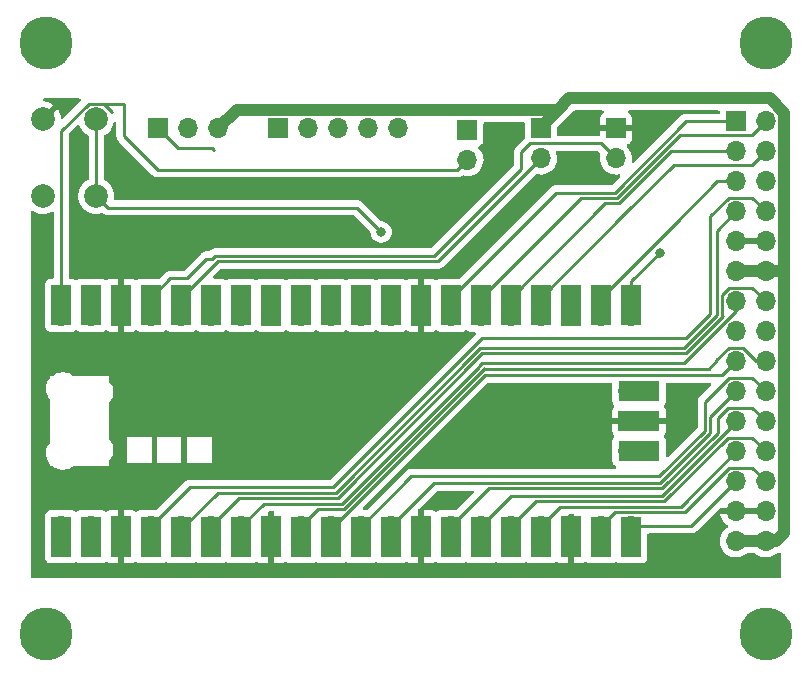
<source format=gtl>
G04 #@! TF.GenerationSoftware,KiCad,Pcbnew,6.0.8-f2edbf62ab~116~ubuntu22.04.1*
G04 #@! TF.CreationDate,2022-11-21T12:08:00-08:00*
G04 #@! TF.ProjectId,pico_pmod_host,7069636f-5f70-46d6-9f64-5f686f73742e,v0.1*
G04 #@! TF.SameCoordinates,Original*
G04 #@! TF.FileFunction,Copper,L1,Top*
G04 #@! TF.FilePolarity,Positive*
%FSLAX46Y46*%
G04 Gerber Fmt 4.6, Leading zero omitted, Abs format (unit mm)*
G04 Created by KiCad (PCBNEW 6.0.8-f2edbf62ab~116~ubuntu22.04.1) date 2022-11-21 12:08:00*
%MOMM*%
%LPD*%
G01*
G04 APERTURE LIST*
G04 #@! TA.AperFunction,SMDPad,CuDef*
%ADD10R,1.700000X3.500000*%
G04 #@! TD*
G04 #@! TA.AperFunction,ComponentPad*
%ADD11O,1.700000X1.700000*%
G04 #@! TD*
G04 #@! TA.AperFunction,ComponentPad*
%ADD12R,1.700000X1.700000*%
G04 #@! TD*
G04 #@! TA.AperFunction,SMDPad,CuDef*
%ADD13R,3.500000X1.700000*%
G04 #@! TD*
G04 #@! TA.AperFunction,ComponentPad*
%ADD14C,2.000000*%
G04 #@! TD*
G04 #@! TA.AperFunction,ViaPad*
%ADD15C,4.500000*%
G04 #@! TD*
G04 #@! TA.AperFunction,ViaPad*
%ADD16C,0.800000*%
G04 #@! TD*
G04 #@! TA.AperFunction,Conductor*
%ADD17C,0.250000*%
G04 #@! TD*
G04 #@! TA.AperFunction,Conductor*
%ADD18C,1.000000*%
G04 #@! TD*
G04 APERTURE END LIST*
D10*
G04 #@! TO.P,U1,1*
G04 #@! TO.N,GPIO_00*
X118135400Y-112025000D03*
D11*
X118135400Y-111125000D03*
G04 #@! TO.P,U1,2*
G04 #@! TO.N,GPIO_01*
X120675400Y-111125000D03*
D10*
X120675400Y-112025000D03*
G04 #@! TO.P,U1,3*
G04 #@! TO.N,GND*
X123215400Y-112025000D03*
D12*
X123215400Y-111125000D03*
D11*
G04 #@! TO.P,U1,4*
G04 #@! TO.N,GPIO_02*
X125755400Y-111125000D03*
D10*
X125755400Y-112025000D03*
G04 #@! TO.P,U1,5*
G04 #@! TO.N,GPIO_03*
X128295400Y-112025000D03*
D11*
X128295400Y-111125000D03*
G04 #@! TO.P,U1,6*
G04 #@! TO.N,GPIO_04*
X130835400Y-111125000D03*
D10*
X130835400Y-112025000D03*
D11*
G04 #@! TO.P,U1,7*
G04 #@! TO.N,GPIO_05*
X133375400Y-111125000D03*
D10*
X133375400Y-112025000D03*
G04 #@! TO.P,U1,8*
G04 #@! TO.N,GND*
X135915400Y-112025000D03*
D12*
X135915400Y-111125000D03*
D11*
G04 #@! TO.P,U1,9*
G04 #@! TO.N,GPIO_06*
X138455400Y-111125000D03*
D10*
X138455400Y-112025000D03*
D11*
G04 #@! TO.P,U1,10*
G04 #@! TO.N,GPIO_07*
X140995400Y-111125000D03*
D10*
X140995400Y-112025000D03*
G04 #@! TO.P,U1,11*
G04 #@! TO.N,GPIO_08*
X143535400Y-112025000D03*
D11*
X143535400Y-111125000D03*
D10*
G04 #@! TO.P,U1,12*
G04 #@! TO.N,GPIO_09*
X146075400Y-112025000D03*
D11*
X146075400Y-111125000D03*
D10*
G04 #@! TO.P,U1,13*
G04 #@! TO.N,GND*
X148615400Y-112025000D03*
D12*
X148615400Y-111125000D03*
D11*
G04 #@! TO.P,U1,14*
G04 #@! TO.N,GPIO_10*
X151155400Y-111125000D03*
D10*
X151155400Y-112025000D03*
G04 #@! TO.P,U1,15*
G04 #@! TO.N,GPIO_11*
X153695400Y-112025000D03*
D11*
X153695400Y-111125000D03*
G04 #@! TO.P,U1,16*
G04 #@! TO.N,GPIO_12*
X156235400Y-111125000D03*
D10*
X156235400Y-112025000D03*
G04 #@! TO.P,U1,17*
G04 #@! TO.N,GPIO_13*
X158775400Y-112025000D03*
D11*
X158775400Y-111125000D03*
D12*
G04 #@! TO.P,U1,18*
G04 #@! TO.N,GND*
X161315400Y-111125000D03*
D10*
X161315400Y-112025000D03*
D11*
G04 #@! TO.P,U1,19*
G04 #@! TO.N,GPIO_14*
X163855400Y-111125000D03*
D10*
X163855400Y-112025000D03*
G04 #@! TO.P,U1,20*
G04 #@! TO.N,GPIO_15*
X166395400Y-112025000D03*
D11*
X166395400Y-111125000D03*
D10*
G04 #@! TO.P,U1,21*
G04 #@! TO.N,GPIO_16*
X166395400Y-92445000D03*
D11*
X166395400Y-93345000D03*
G04 #@! TO.P,U1,22*
G04 #@! TO.N,GPIO_17*
X163855400Y-93345000D03*
D10*
X163855400Y-92445000D03*
G04 #@! TO.P,U1,23*
G04 #@! TO.N,GND*
X161315400Y-92445000D03*
D12*
X161315400Y-93345000D03*
D11*
G04 #@! TO.P,U1,24*
G04 #@! TO.N,GPIO_18*
X158775400Y-93345000D03*
D10*
X158775400Y-92445000D03*
D11*
G04 #@! TO.P,U1,25*
G04 #@! TO.N,GPIO_19*
X156235400Y-93345000D03*
D10*
X156235400Y-92445000D03*
G04 #@! TO.P,U1,26*
G04 #@! TO.N,GPIO_20*
X153695400Y-92445000D03*
D11*
X153695400Y-93345000D03*
G04 #@! TO.P,U1,27*
G04 #@! TO.N,GPIO_21*
X151155400Y-93345000D03*
D10*
X151155400Y-92445000D03*
G04 #@! TO.P,U1,28*
G04 #@! TO.N,GND*
X148615400Y-92445000D03*
D12*
X148615400Y-93345000D03*
D10*
G04 #@! TO.P,U1,29*
G04 #@! TO.N,GPIO_22*
X146075400Y-92445000D03*
D11*
X146075400Y-93345000D03*
G04 #@! TO.P,U1,30*
G04 #@! TO.N,Pico_Run*
X143535400Y-93345000D03*
D10*
X143535400Y-92445000D03*
D11*
G04 #@! TO.P,U1,31*
G04 #@! TO.N,ADC0*
X140995400Y-93345000D03*
D10*
X140995400Y-92445000D03*
G04 #@! TO.P,U1,32*
G04 #@! TO.N,ADC1*
X138455400Y-92445000D03*
D11*
X138455400Y-93345000D03*
D12*
G04 #@! TO.P,U1,33*
G04 #@! TO.N,AGND*
X135915400Y-93345000D03*
D10*
X135915400Y-92445000D03*
D11*
G04 #@! TO.P,U1,34*
G04 #@! TO.N,ADC2*
X133375400Y-93345000D03*
D10*
X133375400Y-92445000D03*
G04 #@! TO.P,U1,35*
G04 #@! TO.N,ADC_VREF*
X130835400Y-92445000D03*
D11*
X130835400Y-93345000D03*
D10*
G04 #@! TO.P,U1,36*
G04 #@! TO.N,Pico_3V3*
X128295400Y-92445000D03*
D11*
X128295400Y-93345000D03*
D10*
G04 #@! TO.P,U1,37*
G04 #@! TO.N,Pico_3v3_EN*
X125755400Y-92445000D03*
D11*
X125755400Y-93345000D03*
D12*
G04 #@! TO.P,U1,38*
G04 #@! TO.N,GND*
X123215400Y-93345000D03*
D10*
X123215400Y-92445000D03*
G04 #@! TO.P,U1,39*
G04 #@! TO.N,Pico_VSYS*
X120675400Y-92445000D03*
D11*
X120675400Y-93345000D03*
G04 #@! TO.P,U1,40*
G04 #@! TO.N,Pico_VBUS*
X118135400Y-93345000D03*
D10*
X118135400Y-92445000D03*
D11*
G04 #@! TO.P,U1,41*
G04 #@! TO.N,Net-(U1-Pad41)*
X166165400Y-104775000D03*
D13*
X167065400Y-104775000D03*
G04 #@! TO.P,U1,42*
G04 #@! TO.N,GND*
X167065400Y-102235000D03*
D12*
X166165400Y-102235000D03*
D11*
G04 #@! TO.P,U1,43*
G04 #@! TO.N,Net-(U1-Pad43)*
X166165400Y-99695000D03*
D13*
X167065400Y-99695000D03*
G04 #@! TD*
D12*
G04 #@! TO.P,J1,1*
G04 #@! TO.N,GPIO_21*
X175260000Y-76873100D03*
D11*
G04 #@! TO.P,J1,2*
G04 #@! TO.N,GPIO_20*
X177800000Y-76873100D03*
G04 #@! TO.P,J1,3*
G04 #@! TO.N,GPIO_19*
X175260000Y-79413100D03*
G04 #@! TO.P,J1,4*
G04 #@! TO.N,GPIO_18*
X177800000Y-79413100D03*
G04 #@! TO.P,J1,5*
G04 #@! TO.N,GPIO_17*
X175260000Y-81953100D03*
G04 #@! TO.P,J1,6*
G04 #@! TO.N,GPIO_16*
X177800000Y-81953100D03*
G04 #@! TO.P,J1,7*
G04 #@! TO.N,GPIO_03*
X175260000Y-84493100D03*
G04 #@! TO.P,J1,8*
G04 #@! TO.N,GPIO_02*
X177800000Y-84493100D03*
G04 #@! TO.P,J1,9*
G04 #@! TO.N,GND*
X175260000Y-87033100D03*
G04 #@! TO.P,J1,10*
X177800000Y-87033100D03*
G04 #@! TO.P,J1,11*
G04 #@! TO.N,+3V3*
X175260000Y-89573100D03*
G04 #@! TO.P,J1,12*
X177800000Y-89573100D03*
G04 #@! TO.P,J1,13*
G04 #@! TO.N,GPIO_05*
X175260000Y-92113100D03*
G04 #@! TO.P,J1,14*
G04 #@! TO.N,GPIO_04*
X177800000Y-92113100D03*
G04 #@! TO.P,J1,15*
G04 #@! TO.N,+5V*
X175260000Y-94653100D03*
G04 #@! TO.P,J1,16*
G04 #@! TO.N,GND*
X177800000Y-94653100D03*
G04 #@! TO.P,J1,17*
G04 #@! TO.N,GPIO_07*
X175260000Y-97193100D03*
G04 #@! TO.P,J1,18*
G04 #@! TO.N,GPIO_06*
X177800000Y-97193100D03*
G04 #@! TO.P,J1,19*
G04 #@! TO.N,GPIO_09*
X175260000Y-99733100D03*
G04 #@! TO.P,J1,20*
G04 #@! TO.N,GPIO_08*
X177800000Y-99733100D03*
G04 #@! TO.P,J1,21*
G04 #@! TO.N,GPIO_11*
X175260000Y-102273100D03*
G04 #@! TO.P,J1,22*
G04 #@! TO.N,GPIO_10*
X177800000Y-102273100D03*
G04 #@! TO.P,J1,23*
G04 #@! TO.N,GPIO_13*
X175260000Y-104813100D03*
G04 #@! TO.P,J1,24*
G04 #@! TO.N,GPIO_12*
X177800000Y-104813100D03*
G04 #@! TO.P,J1,25*
G04 #@! TO.N,GPIO_15*
X175260000Y-107353100D03*
G04 #@! TO.P,J1,26*
G04 #@! TO.N,GPIO_14*
X177800000Y-107353100D03*
G04 #@! TO.P,J1,27*
G04 #@! TO.N,GND*
X175260000Y-109893100D03*
G04 #@! TO.P,J1,28*
X177800000Y-109893100D03*
G04 #@! TO.P,J1,29*
G04 #@! TO.N,+3V3*
X175260000Y-112433100D03*
G04 #@! TO.P,J1,30*
X177800000Y-112433100D03*
G04 #@! TD*
D12*
G04 #@! TO.P,J2,1*
G04 #@! TO.N,+5V*
X152527000Y-77597000D03*
D11*
G04 #@! TO.P,J2,2*
G04 #@! TO.N,Pico_VBUS*
X152527000Y-80137000D03*
G04 #@! TD*
D12*
G04 #@! TO.P,J3,1*
G04 #@! TO.N,+3V3*
X158750000Y-77470000D03*
D11*
G04 #@! TO.P,J3,2*
G04 #@! TO.N,Pico_3V3*
X158750000Y-80010000D03*
G04 #@! TD*
D12*
G04 #@! TO.P,J4,1*
G04 #@! TO.N,GND*
X165100000Y-77470000D03*
D11*
G04 #@! TO.P,J4,2*
G04 #@! TO.N,Pico_3v3_EN*
X165100000Y-80010000D03*
G04 #@! TD*
D12*
G04 #@! TO.P,J5,1*
G04 #@! TO.N,+5V*
X126365000Y-77470000D03*
D11*
G04 #@! TO.P,J5,2*
G04 #@! TO.N,Pico_VSYS*
X128905000Y-77470000D03*
G04 #@! TO.P,J5,3*
G04 #@! TO.N,+3V3*
X131445000Y-77470000D03*
G04 #@! TD*
D12*
G04 #@! TO.P,J7,1*
G04 #@! TO.N,ADC_VREF*
X136525000Y-77470000D03*
D11*
G04 #@! TO.P,J7,2*
G04 #@! TO.N,ADC2*
X139065000Y-77470000D03*
G04 #@! TO.P,J7,3*
G04 #@! TO.N,AGND*
X141605000Y-77470000D03*
G04 #@! TO.P,J7,4*
G04 #@! TO.N,ADC1*
X144145000Y-77470000D03*
G04 #@! TO.P,J7,5*
G04 #@! TO.N,ADC0*
X146685000Y-77470000D03*
G04 #@! TD*
D14*
G04 #@! TO.P,SW1,1*
G04 #@! TO.N,GND*
X116586000Y-83185000D03*
X116586000Y-76685000D03*
G04 #@! TO.P,SW1,2*
G04 #@! TO.N,Pico_Run*
X121086000Y-83185000D03*
X121086000Y-76685000D03*
G04 #@! TD*
D15*
G04 #@! TO.N,*
X177800000Y-120300000D03*
X177800000Y-70200000D03*
X116840000Y-70200000D03*
X116840000Y-120300000D03*
D16*
G04 #@! TO.N,GND*
X173482000Y-114935000D03*
X168900000Y-76700000D03*
X168275000Y-114935000D03*
X178308000Y-114935000D03*
G04 #@! TO.N,GPIO_16*
X168800000Y-88000000D03*
G04 #@! TO.N,Pico_Run*
X145224500Y-86233000D03*
G04 #@! TD*
D17*
G04 #@! TO.N,GPIO_15*
X168275000Y-111125000D02*
X171323000Y-111125000D01*
X175260000Y-107353100D02*
X171488100Y-111125000D01*
X171488100Y-111125000D02*
X171323000Y-111125000D01*
X166395400Y-111125000D02*
X168275000Y-111125000D01*
G04 #@! TO.N,GPIO_14*
X168242999Y-109949999D02*
X168369999Y-109949999D01*
X168242999Y-109949999D02*
X170924099Y-109949999D01*
X163855400Y-111125000D02*
X165030401Y-109949999D01*
X174695999Y-106178099D02*
X176624999Y-106178099D01*
X176624999Y-106178099D02*
X177800000Y-107353100D01*
X165030401Y-109949999D02*
X168242999Y-109949999D01*
X170924099Y-109949999D02*
X174695999Y-106178099D01*
G04 #@! TO.N,GPIO_13*
X170573110Y-109499990D02*
X175260000Y-104813100D01*
X160400410Y-109499990D02*
X170573110Y-109499990D01*
X158775400Y-111125000D02*
X160400410Y-109499990D01*
G04 #@! TO.N,GPIO_12*
X176624999Y-103638099D02*
X177800000Y-104813100D01*
X158310420Y-109049980D02*
X169207019Y-109049981D01*
X169207019Y-109049981D02*
X174618901Y-103638099D01*
X174618901Y-103638099D02*
X176624999Y-103638099D01*
X156235400Y-111125000D02*
X158310420Y-109049980D01*
G04 #@! TO.N,GPIO_11*
X156220429Y-108599971D02*
X169020619Y-108599971D01*
X175260000Y-102360590D02*
X175260000Y-102273100D01*
X169020619Y-108599971D02*
X175260000Y-102360590D01*
X153695400Y-111125000D02*
X156220429Y-108599971D01*
G04 #@! TO.N,GPIO_10*
X169034180Y-107950000D02*
X173736000Y-103248180D01*
X173736000Y-103248180D02*
X173736000Y-101981000D01*
X151155400Y-111125000D02*
X154330400Y-107950000D01*
X176624999Y-101098099D02*
X177800000Y-102273100D01*
X174618901Y-101098099D02*
X176624999Y-101098099D01*
X173736000Y-101981000D02*
X174618901Y-101098099D01*
X154330400Y-107950000D02*
X169034180Y-107950000D01*
G04 #@! TO.N,GPIO_09*
X168847780Y-107499990D02*
X149700410Y-107499990D01*
X149700410Y-107499990D02*
X146075400Y-111125000D01*
X173098885Y-101894215D02*
X173098885Y-103248885D01*
X173098885Y-103248885D02*
X168847780Y-107499990D01*
X175260000Y-99733100D02*
X173098885Y-101894215D01*
G04 #@! TO.N,GPIO_08*
X168777360Y-106934000D02*
X147828000Y-106934000D01*
X143535400Y-111175800D02*
X147777200Y-106934000D01*
X174695999Y-98558099D02*
X172648875Y-100605223D01*
X177800000Y-99733100D02*
X176624999Y-98558099D01*
X172648875Y-100605223D02*
X172648875Y-103062485D01*
X176624999Y-98558099D02*
X174695999Y-98558099D01*
X172648875Y-103062485D02*
X168777360Y-106934000D01*
D18*
G04 #@! TO.N,+3V3*
X178150902Y-74930000D02*
X161163000Y-74930000D01*
X158750000Y-77470000D02*
X158750000Y-77343000D01*
X158750000Y-77343000D02*
X160173001Y-75919999D01*
X161163000Y-74930000D02*
X160173001Y-75919999D01*
X132995001Y-75919999D02*
X159538001Y-75919999D01*
X159538001Y-75919999D02*
X160173001Y-75919999D01*
X177800000Y-112433100D02*
X175260000Y-112433100D01*
X179350001Y-89561001D02*
X179350001Y-76129099D01*
X131445000Y-77470000D02*
X132995001Y-75919999D01*
X179350001Y-111733999D02*
X178650900Y-112433100D01*
X179350001Y-89561001D02*
X179350001Y-111733999D01*
D17*
X158342999Y-75792999D02*
X159665001Y-75792999D01*
D18*
X178650900Y-112433100D02*
X177800000Y-112433100D01*
D17*
X131539999Y-77564999D02*
X131445000Y-77470000D01*
D18*
X179337902Y-89573100D02*
X179350001Y-89561001D01*
X179350001Y-76129099D02*
X178150902Y-74930000D01*
D17*
X158750000Y-76200000D02*
X158342999Y-75792999D01*
D18*
X175260000Y-89573100D02*
X179337902Y-89573100D01*
D17*
G04 #@! TO.N,GPIO_07*
X141250398Y-111125000D02*
X140995400Y-111125000D01*
X154007297Y-98368101D02*
X174084999Y-98368101D01*
X154007297Y-98368101D02*
X141250398Y-111125000D01*
X174663100Y-97790000D02*
X175260000Y-97193100D01*
X174084999Y-98368101D02*
X175260000Y-97193100D01*
G04 #@! TO.N,GPIO_06*
X142061994Y-109676994D02*
X153924000Y-97814988D01*
X177800000Y-97193100D02*
X176999002Y-97193100D01*
X173609000Y-97155000D02*
X172949012Y-97814988D01*
X175824001Y-96018099D02*
X174695999Y-96018099D01*
X139903406Y-109676994D02*
X142061994Y-109676994D01*
X176999002Y-97193100D02*
X175824001Y-96018099D01*
X172949012Y-97814988D02*
X153924000Y-97814988D01*
X153924000Y-97814988D02*
X153924000Y-97790000D01*
X174695999Y-96018099D02*
X173609000Y-97105098D01*
X138455400Y-111125000D02*
X139903406Y-109676994D01*
X173609000Y-97105098D02*
X173609000Y-97155000D01*
G04 #@! TO.N,+5V*
X126365000Y-77470000D02*
X128016000Y-79121000D01*
X128016000Y-79121000D02*
X130937000Y-79121000D01*
X130937000Y-79121000D02*
X131089989Y-79273989D01*
G04 #@! TO.N,GPIO_05*
X133375400Y-111125000D02*
X135273416Y-109226984D01*
X153473990Y-97593990D02*
X153727990Y-97339990D01*
X135273416Y-109226984D02*
X141875594Y-109226984D01*
X170834108Y-97339990D02*
X175260000Y-92914098D01*
X170834108Y-97339990D02*
X153727990Y-97339990D01*
X141875594Y-109226984D02*
X153473990Y-97628588D01*
X175260000Y-92914098D02*
X175260000Y-92113100D01*
X153473990Y-97628588D02*
X153473990Y-97593990D01*
G04 #@! TO.N,GPIO_04*
X153797000Y-96520000D02*
X171017688Y-96520000D01*
X174084999Y-91549099D02*
X174695999Y-90938099D01*
X141561429Y-108755571D02*
X153797000Y-96520000D01*
X174154844Y-93382844D02*
X174084999Y-93312999D01*
X174084999Y-93312999D02*
X174084999Y-91549099D01*
X133204829Y-108755571D02*
X141561429Y-108755571D01*
X174695999Y-90938099D02*
X176624999Y-90938099D01*
X130835400Y-111125000D02*
X133204829Y-108755571D01*
X176624999Y-90938099D02*
X177800000Y-92113100D01*
X171017688Y-96520000D02*
X174154844Y-93382844D01*
G04 #@! TO.N,GPIO_03*
X141375029Y-108305561D02*
X153610600Y-96069990D01*
X170831288Y-96069990D02*
X173634989Y-93266289D01*
X153610600Y-96069990D02*
X170831288Y-96069990D01*
X173634989Y-93266289D02*
X173634989Y-86118111D01*
X173634989Y-86118111D02*
X175260000Y-84493100D01*
X128295400Y-111379998D02*
X131369837Y-108305561D01*
X131369837Y-108305561D02*
X141375029Y-108305561D01*
X128295400Y-111125000D02*
X128295400Y-111379998D01*
G04 #@! TO.N,GPIO_02*
X177800000Y-84493100D02*
X176624999Y-83318099D01*
X176624999Y-83318099D02*
X174695999Y-83318099D01*
X173101000Y-84913098D02*
X173101000Y-93163868D01*
X171014868Y-95250000D02*
X153794180Y-95250000D01*
X174695999Y-83318099D02*
X173101000Y-84913098D01*
X141188629Y-107855551D02*
X129024849Y-107855551D01*
X153794180Y-95250000D02*
X141188629Y-107855551D01*
X173101000Y-93163868D02*
X171014868Y-95250000D01*
X129024849Y-107855551D02*
X125755400Y-111125000D01*
G04 #@! TO.N,GPIO_17*
X163855400Y-91799998D02*
X169987297Y-85668101D01*
X169987297Y-85663703D02*
X173697900Y-81953100D01*
X173697900Y-81953100D02*
X175260000Y-81953100D01*
X175260000Y-81953100D02*
X174586900Y-81953100D01*
X163855400Y-93345000D02*
X163855400Y-91799998D01*
X169987297Y-85668101D02*
X169987297Y-85663703D01*
G04 #@! TO.N,GPIO_16*
X168800000Y-88000000D02*
X168800000Y-88000000D01*
X166395400Y-93345000D02*
X166395400Y-90404600D01*
X166395400Y-90404600D02*
X168800000Y-88000000D01*
G04 #@! TO.N,GPIO_19*
X164215398Y-83820000D02*
X165356819Y-83820001D01*
X156235400Y-91799998D02*
X156235400Y-93345000D01*
X164215398Y-83820000D02*
X156235400Y-91799998D01*
X165356819Y-83820001D02*
X169763720Y-79413100D01*
X169763720Y-79413100D02*
X175260000Y-79413100D01*
G04 #@! TO.N,GPIO_18*
X169987297Y-80588101D02*
X165991199Y-84584199D01*
X165991199Y-84584199D02*
X158775400Y-91799998D01*
X158775400Y-91799998D02*
X158775400Y-93345000D01*
X176624999Y-80588101D02*
X169987297Y-80588101D01*
X177800000Y-79413100D02*
X176624999Y-80588101D01*
X166082298Y-84493100D02*
X165991199Y-84584199D01*
G04 #@! TO.N,GPIO_21*
X164984019Y-82919981D02*
X171030900Y-76873100D01*
X171030900Y-76873100D02*
X175260000Y-76873100D01*
X151155400Y-91799998D02*
X151155400Y-93345000D01*
X160035417Y-82919981D02*
X164984019Y-82919981D01*
X160035417Y-82919981D02*
X151155400Y-91799998D01*
G04 #@! TO.N,GPIO_20*
X176624999Y-78048101D02*
X170492309Y-78048101D01*
X153695400Y-91799998D02*
X153695400Y-93345000D01*
X165170419Y-83369991D02*
X162125407Y-83369991D01*
X177800000Y-76873100D02*
X176624999Y-78048101D01*
X170492309Y-78048101D02*
X165170419Y-83369991D01*
X162125407Y-83369991D02*
X153695400Y-91799998D01*
G04 #@! TO.N,Pico_VBUS*
X151677001Y-80986999D02*
X126324177Y-80986999D01*
X121722001Y-75359999D02*
X120449999Y-75359999D01*
X126324177Y-80986999D02*
X123444000Y-78106822D01*
X121800002Y-75438000D02*
X121722001Y-75359999D01*
X152527000Y-80137000D02*
X151677001Y-80986999D01*
X118135400Y-77674598D02*
X118135400Y-93345000D01*
X121722001Y-75359999D02*
X122411001Y-76048999D01*
X123444000Y-78106822D02*
X123444000Y-77469588D01*
X123444000Y-77469588D02*
X123444000Y-75438000D01*
X123444000Y-75438000D02*
X121800002Y-75438000D01*
X120449999Y-75359999D02*
X118135400Y-77674598D01*
G04 #@! TO.N,Pico_3V3*
X128295400Y-91799998D02*
X128295400Y-93345000D01*
X131383699Y-88711699D02*
X150048301Y-88711699D01*
X131383699Y-88711699D02*
X128295400Y-91799998D01*
X158750000Y-80010000D02*
X153350301Y-85409699D01*
X150048301Y-88711699D02*
X153350301Y-85409699D01*
G04 #@! TO.N,Pico_3v3_EN*
X163830000Y-78740000D02*
X157861000Y-78740000D01*
X130429000Y-88519000D02*
X130939988Y-88519000D01*
X130429000Y-88519000D02*
X128775801Y-90172199D01*
X153038311Y-84959689D02*
X151003000Y-86995000D01*
X151003000Y-86995000D02*
X150970999Y-87027001D01*
X157099000Y-80899000D02*
X153038311Y-84959689D01*
X125755400Y-91799998D02*
X125755400Y-93345000D01*
X149736311Y-88261689D02*
X150970999Y-87027001D01*
X130939988Y-88519000D02*
X131197299Y-88261689D01*
X131197299Y-88261689D02*
X149736311Y-88261689D01*
X127383199Y-90172199D02*
X125755400Y-91799998D01*
X128775801Y-90172199D02*
X127383199Y-90172199D01*
X157099000Y-79502000D02*
X157099000Y-80899000D01*
X165100000Y-80010000D02*
X163830000Y-78740000D01*
X157861000Y-78740000D02*
X157099000Y-79502000D01*
D18*
G04 #@! TO.N,Pico_VSYS*
X120650000Y-93319600D02*
X120675400Y-93345000D01*
D17*
G04 #@! TO.N,Pico_Run*
X121086000Y-76685000D02*
X121086000Y-83185000D01*
X143176499Y-84184999D02*
X145224500Y-86233000D01*
X126348999Y-84184999D02*
X143176499Y-84184999D01*
X121086000Y-83185000D02*
X122085999Y-84184999D01*
X122085999Y-84184999D02*
X126348999Y-84184999D01*
X126348999Y-84184999D02*
X126508413Y-84184999D01*
G04 #@! TD*
G04 #@! TA.AperFunction,Conductor*
G04 #@! TO.N,GND*
G36*
X122731051Y-76911322D02*
G01*
X122786962Y-76955077D01*
X122810500Y-77028408D01*
X122810500Y-78028055D01*
X122809973Y-78039238D01*
X122808298Y-78046731D01*
X122808547Y-78054657D01*
X122808547Y-78054658D01*
X122810438Y-78114808D01*
X122810500Y-78118767D01*
X122810500Y-78146678D01*
X122810997Y-78150612D01*
X122810997Y-78150613D01*
X122811005Y-78150678D01*
X122811938Y-78162515D01*
X122813327Y-78206711D01*
X122818180Y-78223414D01*
X122818978Y-78226161D01*
X122822987Y-78245522D01*
X122825526Y-78265619D01*
X122828445Y-78272990D01*
X122828445Y-78272992D01*
X122841804Y-78306734D01*
X122845649Y-78317964D01*
X122855102Y-78350501D01*
X122857982Y-78360415D01*
X122862015Y-78367234D01*
X122862017Y-78367239D01*
X122868293Y-78377850D01*
X122876988Y-78395598D01*
X122884448Y-78414439D01*
X122889110Y-78420855D01*
X122889110Y-78420856D01*
X122910436Y-78450209D01*
X122916952Y-78460129D01*
X122939458Y-78498184D01*
X122953779Y-78512505D01*
X122966619Y-78527538D01*
X122978528Y-78543929D01*
X122984634Y-78548980D01*
X123012605Y-78572120D01*
X123021384Y-78580110D01*
X125820520Y-81379246D01*
X125828064Y-81387536D01*
X125832177Y-81394017D01*
X125837954Y-81399442D01*
X125881844Y-81440657D01*
X125884686Y-81443412D01*
X125904407Y-81463133D01*
X125907602Y-81465611D01*
X125916624Y-81473317D01*
X125948856Y-81503585D01*
X125955805Y-81507405D01*
X125966609Y-81513345D01*
X125983133Y-81524198D01*
X125999136Y-81536612D01*
X126039720Y-81554175D01*
X126050350Y-81559382D01*
X126089117Y-81580694D01*
X126096794Y-81582665D01*
X126096799Y-81582667D01*
X126108735Y-81585731D01*
X126127443Y-81592136D01*
X126146032Y-81600180D01*
X126153857Y-81601419D01*
X126153859Y-81601420D01*
X126189696Y-81607096D01*
X126201317Y-81609503D01*
X126233136Y-81617672D01*
X126244147Y-81620499D01*
X126264408Y-81620499D01*
X126284117Y-81622050D01*
X126304120Y-81625218D01*
X126312012Y-81624472D01*
X126317239Y-81623978D01*
X126348131Y-81621058D01*
X126359988Y-81620499D01*
X151598234Y-81620499D01*
X151609417Y-81621026D01*
X151616910Y-81622701D01*
X151624836Y-81622452D01*
X151624837Y-81622452D01*
X151684987Y-81620561D01*
X151688946Y-81620499D01*
X151716857Y-81620499D01*
X151720792Y-81620002D01*
X151720857Y-81619994D01*
X151732694Y-81619061D01*
X151764952Y-81618047D01*
X151768971Y-81617921D01*
X151776890Y-81617672D01*
X151796344Y-81612020D01*
X151815701Y-81608012D01*
X151827931Y-81606467D01*
X151827932Y-81606467D01*
X151835798Y-81605473D01*
X151843169Y-81602554D01*
X151843171Y-81602554D01*
X151876913Y-81589195D01*
X151888143Y-81585350D01*
X151922984Y-81575228D01*
X151922985Y-81575228D01*
X151930594Y-81573017D01*
X151937413Y-81568984D01*
X151937418Y-81568982D01*
X151948029Y-81562706D01*
X151965777Y-81554011D01*
X151984618Y-81546551D01*
X152004988Y-81531752D01*
X152020388Y-81520563D01*
X152030308Y-81514047D01*
X152061536Y-81495579D01*
X152061539Y-81495577D01*
X152068363Y-81491541D01*
X152073973Y-81485931D01*
X152080229Y-81481078D01*
X152081612Y-81482860D01*
X152133861Y-81454329D01*
X152185762Y-81453979D01*
X152365597Y-81490567D01*
X152370772Y-81490757D01*
X152370774Y-81490757D01*
X152583673Y-81498564D01*
X152583677Y-81498564D01*
X152588837Y-81498753D01*
X152593957Y-81498097D01*
X152593959Y-81498097D01*
X152805288Y-81471025D01*
X152805289Y-81471025D01*
X152810416Y-81470368D01*
X152815366Y-81468883D01*
X153019429Y-81407661D01*
X153019434Y-81407659D01*
X153024384Y-81406174D01*
X153224994Y-81307896D01*
X153406860Y-81178173D01*
X153458582Y-81126632D01*
X153531296Y-81054171D01*
X153565096Y-81020489D01*
X153591361Y-80983938D01*
X153692435Y-80843277D01*
X153695453Y-80839077D01*
X153772950Y-80682274D01*
X153792136Y-80643453D01*
X153792137Y-80643451D01*
X153794430Y-80638811D01*
X153859370Y-80425069D01*
X153888529Y-80203590D01*
X153890156Y-80137000D01*
X153871852Y-79914361D01*
X153817431Y-79697702D01*
X153728354Y-79492840D01*
X153682506Y-79421970D01*
X153609822Y-79309617D01*
X153609820Y-79309614D01*
X153607014Y-79305277D01*
X153589985Y-79286562D01*
X153459798Y-79143488D01*
X153428746Y-79079642D01*
X153437141Y-79009143D01*
X153482317Y-78954375D01*
X153508761Y-78940706D01*
X153615297Y-78900767D01*
X153623705Y-78897615D01*
X153740261Y-78810261D01*
X153827615Y-78693705D01*
X153878745Y-78557316D01*
X153885500Y-78495134D01*
X153885500Y-77054499D01*
X153905502Y-76986378D01*
X153959158Y-76939885D01*
X154011500Y-76928499D01*
X157265500Y-76928499D01*
X157333621Y-76948501D01*
X157380114Y-77002157D01*
X157391500Y-77054499D01*
X157391500Y-78261405D01*
X157371498Y-78329526D01*
X157354595Y-78350501D01*
X156706742Y-78998353D01*
X156698463Y-79005887D01*
X156691982Y-79010000D01*
X156682220Y-79020396D01*
X156645357Y-79059651D01*
X156642602Y-79062493D01*
X156622865Y-79082230D01*
X156620385Y-79085427D01*
X156612682Y-79094447D01*
X156582414Y-79126679D01*
X156578595Y-79133625D01*
X156578593Y-79133628D01*
X156572652Y-79144434D01*
X156561801Y-79160953D01*
X156549386Y-79176959D01*
X156546241Y-79184228D01*
X156546238Y-79184232D01*
X156531826Y-79217537D01*
X156526609Y-79228187D01*
X156505305Y-79266940D01*
X156503334Y-79274615D01*
X156503334Y-79274616D01*
X156500267Y-79286562D01*
X156493863Y-79305266D01*
X156485819Y-79323855D01*
X156484580Y-79331678D01*
X156484577Y-79331688D01*
X156478901Y-79367524D01*
X156476495Y-79379144D01*
X156465500Y-79421970D01*
X156465500Y-79442224D01*
X156463949Y-79461934D01*
X156460780Y-79481943D01*
X156461526Y-79489835D01*
X156464941Y-79525961D01*
X156465500Y-79537819D01*
X156465500Y-80584405D01*
X156445498Y-80652526D01*
X156428595Y-80673500D01*
X150494864Y-86607231D01*
X150494861Y-86607235D01*
X149510811Y-87591284D01*
X149448499Y-87625310D01*
X149421716Y-87628189D01*
X131276067Y-87628189D01*
X131264884Y-87627662D01*
X131257391Y-87625987D01*
X131249465Y-87626236D01*
X131249464Y-87626236D01*
X131189301Y-87628127D01*
X131185343Y-87628189D01*
X131157443Y-87628189D01*
X131153453Y-87628693D01*
X131141619Y-87629625D01*
X131097410Y-87631015D01*
X131089796Y-87633227D01*
X131089791Y-87633228D01*
X131077958Y-87636666D01*
X131058595Y-87640677D01*
X131038502Y-87643215D01*
X131031135Y-87646132D01*
X131031130Y-87646133D01*
X130997391Y-87659491D01*
X130986164Y-87663335D01*
X130943706Y-87675671D01*
X130936880Y-87679708D01*
X130926271Y-87685982D01*
X130908523Y-87694677D01*
X130889682Y-87702137D01*
X130883266Y-87706799D01*
X130883265Y-87706799D01*
X130853912Y-87728125D01*
X130843992Y-87734641D01*
X130812764Y-87753109D01*
X130812761Y-87753111D01*
X130805937Y-87757147D01*
X130791613Y-87771471D01*
X130776586Y-87784306D01*
X130760192Y-87796217D01*
X130755139Y-87802325D01*
X130755137Y-87802327D01*
X130732007Y-87830287D01*
X130724017Y-87839067D01*
X130714489Y-87848595D01*
X130652177Y-87882621D01*
X130625394Y-87885500D01*
X130507763Y-87885500D01*
X130496579Y-87884973D01*
X130489091Y-87883299D01*
X130481168Y-87883548D01*
X130421033Y-87885438D01*
X130417075Y-87885500D01*
X130389144Y-87885500D01*
X130385229Y-87885995D01*
X130385225Y-87885995D01*
X130385167Y-87886003D01*
X130385138Y-87886006D01*
X130373296Y-87886939D01*
X130329110Y-87888327D01*
X130311744Y-87893372D01*
X130309658Y-87893978D01*
X130290306Y-87897986D01*
X130278068Y-87899532D01*
X130278066Y-87899533D01*
X130270203Y-87900526D01*
X130229086Y-87916806D01*
X130217885Y-87920641D01*
X130175406Y-87932982D01*
X130168587Y-87937015D01*
X130168582Y-87937017D01*
X130157971Y-87943293D01*
X130140221Y-87951990D01*
X130121383Y-87959448D01*
X130114967Y-87964109D01*
X130114966Y-87964110D01*
X130085625Y-87985428D01*
X130075701Y-87991947D01*
X130044460Y-88010422D01*
X130044455Y-88010426D01*
X130037637Y-88014458D01*
X130023313Y-88028782D01*
X130008281Y-88041621D01*
X129991893Y-88053528D01*
X129972565Y-88076892D01*
X129963712Y-88087593D01*
X129955722Y-88096373D01*
X128550301Y-89501794D01*
X128487989Y-89535820D01*
X128461206Y-89538699D01*
X127461962Y-89538699D01*
X127450778Y-89538172D01*
X127443290Y-89536498D01*
X127435367Y-89536747D01*
X127375232Y-89538637D01*
X127371274Y-89538699D01*
X127343343Y-89538699D01*
X127339428Y-89539194D01*
X127339424Y-89539194D01*
X127339366Y-89539202D01*
X127339337Y-89539205D01*
X127327495Y-89540138D01*
X127283309Y-89541526D01*
X127265943Y-89546571D01*
X127263857Y-89547177D01*
X127244505Y-89551185D01*
X127232267Y-89552731D01*
X127232265Y-89552732D01*
X127224402Y-89553725D01*
X127183285Y-89570005D01*
X127172084Y-89573840D01*
X127129605Y-89586181D01*
X127122786Y-89590214D01*
X127122781Y-89590216D01*
X127112170Y-89596492D01*
X127094420Y-89605189D01*
X127075582Y-89612647D01*
X127069166Y-89617308D01*
X127069165Y-89617309D01*
X127039824Y-89638627D01*
X127029900Y-89645146D01*
X126998659Y-89663621D01*
X126998654Y-89663625D01*
X126991836Y-89667657D01*
X126977512Y-89681981D01*
X126962480Y-89694820D01*
X126946092Y-89706727D01*
X126917911Y-89740792D01*
X126909921Y-89749572D01*
X126509898Y-90149595D01*
X126447586Y-90183621D01*
X126420803Y-90186500D01*
X124857266Y-90186500D01*
X124795084Y-90193255D01*
X124658695Y-90244385D01*
X124641467Y-90257297D01*
X124560548Y-90317942D01*
X124494042Y-90342790D01*
X124424659Y-90327737D01*
X124409418Y-90317942D01*
X124319049Y-90250214D01*
X124303454Y-90241676D01*
X124183006Y-90196522D01*
X124167751Y-90192895D01*
X124116886Y-90187369D01*
X124110072Y-90187000D01*
X123487515Y-90187000D01*
X123472276Y-90191475D01*
X123471071Y-90192865D01*
X123469400Y-90200548D01*
X123469400Y-94684884D01*
X123473875Y-94700123D01*
X123475265Y-94701328D01*
X123482948Y-94702999D01*
X124110069Y-94702999D01*
X124116890Y-94702629D01*
X124167752Y-94697105D01*
X124183004Y-94693479D01*
X124303454Y-94648324D01*
X124319049Y-94639786D01*
X124409418Y-94572058D01*
X124475925Y-94547210D01*
X124545307Y-94562263D01*
X124560548Y-94572058D01*
X124570605Y-94579595D01*
X124658695Y-94645615D01*
X124795084Y-94696745D01*
X124857266Y-94703500D01*
X125726226Y-94703500D01*
X125730843Y-94703585D01*
X125812073Y-94706564D01*
X125812077Y-94706564D01*
X125817237Y-94706753D01*
X125822357Y-94706097D01*
X125822359Y-94706097D01*
X125834661Y-94704521D01*
X125850671Y-94703500D01*
X126653534Y-94703500D01*
X126715716Y-94696745D01*
X126852105Y-94645615D01*
X126949836Y-94572370D01*
X127016341Y-94547522D01*
X127085724Y-94562575D01*
X127100962Y-94572368D01*
X127198695Y-94645615D01*
X127335084Y-94696745D01*
X127397266Y-94703500D01*
X128266226Y-94703500D01*
X128270843Y-94703585D01*
X128352073Y-94706564D01*
X128352077Y-94706564D01*
X128357237Y-94706753D01*
X128362357Y-94706097D01*
X128362359Y-94706097D01*
X128374661Y-94704521D01*
X128390671Y-94703500D01*
X129193534Y-94703500D01*
X129255716Y-94696745D01*
X129392105Y-94645615D01*
X129489836Y-94572370D01*
X129556341Y-94547522D01*
X129625724Y-94562575D01*
X129640962Y-94572368D01*
X129738695Y-94645615D01*
X129875084Y-94696745D01*
X129937266Y-94703500D01*
X130806226Y-94703500D01*
X130810843Y-94703585D01*
X130892073Y-94706564D01*
X130892077Y-94706564D01*
X130897237Y-94706753D01*
X130902357Y-94706097D01*
X130902359Y-94706097D01*
X130914661Y-94704521D01*
X130930671Y-94703500D01*
X131733534Y-94703500D01*
X131795716Y-94696745D01*
X131932105Y-94645615D01*
X132029836Y-94572370D01*
X132096341Y-94547522D01*
X132165724Y-94562575D01*
X132180962Y-94572368D01*
X132278695Y-94645615D01*
X132415084Y-94696745D01*
X132477266Y-94703500D01*
X133346226Y-94703500D01*
X133350843Y-94703585D01*
X133432073Y-94706564D01*
X133432077Y-94706564D01*
X133437237Y-94706753D01*
X133442357Y-94706097D01*
X133442359Y-94706097D01*
X133454661Y-94704521D01*
X133470671Y-94703500D01*
X134273534Y-94703500D01*
X134335716Y-94696745D01*
X134472105Y-94645615D01*
X134569836Y-94572370D01*
X134636341Y-94547522D01*
X134705724Y-94562575D01*
X134720962Y-94572368D01*
X134818695Y-94645615D01*
X134955084Y-94696745D01*
X135017266Y-94703500D01*
X136813534Y-94703500D01*
X136875716Y-94696745D01*
X137012105Y-94645615D01*
X137109836Y-94572370D01*
X137176341Y-94547522D01*
X137245724Y-94562575D01*
X137260962Y-94572368D01*
X137358695Y-94645615D01*
X137495084Y-94696745D01*
X137557266Y-94703500D01*
X138426226Y-94703500D01*
X138430843Y-94703585D01*
X138512073Y-94706564D01*
X138512077Y-94706564D01*
X138517237Y-94706753D01*
X138522357Y-94706097D01*
X138522359Y-94706097D01*
X138534661Y-94704521D01*
X138550671Y-94703500D01*
X139353534Y-94703500D01*
X139415716Y-94696745D01*
X139552105Y-94645615D01*
X139649836Y-94572370D01*
X139716341Y-94547522D01*
X139785724Y-94562575D01*
X139800962Y-94572368D01*
X139898695Y-94645615D01*
X140035084Y-94696745D01*
X140097266Y-94703500D01*
X140966226Y-94703500D01*
X140970843Y-94703585D01*
X141052073Y-94706564D01*
X141052077Y-94706564D01*
X141057237Y-94706753D01*
X141062357Y-94706097D01*
X141062359Y-94706097D01*
X141074661Y-94704521D01*
X141090671Y-94703500D01*
X141893534Y-94703500D01*
X141955716Y-94696745D01*
X142092105Y-94645615D01*
X142189836Y-94572370D01*
X142256341Y-94547522D01*
X142325724Y-94562575D01*
X142340962Y-94572368D01*
X142438695Y-94645615D01*
X142575084Y-94696745D01*
X142637266Y-94703500D01*
X143506226Y-94703500D01*
X143510843Y-94703585D01*
X143592073Y-94706564D01*
X143592077Y-94706564D01*
X143597237Y-94706753D01*
X143602357Y-94706097D01*
X143602359Y-94706097D01*
X143614661Y-94704521D01*
X143630671Y-94703500D01*
X144433534Y-94703500D01*
X144495716Y-94696745D01*
X144632105Y-94645615D01*
X144729836Y-94572370D01*
X144796341Y-94547522D01*
X144865724Y-94562575D01*
X144880962Y-94572368D01*
X144978695Y-94645615D01*
X145115084Y-94696745D01*
X145177266Y-94703500D01*
X146046226Y-94703500D01*
X146050843Y-94703585D01*
X146132073Y-94706564D01*
X146132077Y-94706564D01*
X146137237Y-94706753D01*
X146142357Y-94706097D01*
X146142359Y-94706097D01*
X146154661Y-94704521D01*
X146170671Y-94703500D01*
X146973534Y-94703500D01*
X147035716Y-94696745D01*
X147172105Y-94645615D01*
X147260195Y-94579595D01*
X147270252Y-94572058D01*
X147336758Y-94547210D01*
X147406141Y-94562263D01*
X147421382Y-94572058D01*
X147511751Y-94639786D01*
X147527346Y-94648324D01*
X147647794Y-94693478D01*
X147663049Y-94697105D01*
X147713914Y-94702631D01*
X147720728Y-94703000D01*
X148343285Y-94703000D01*
X148358524Y-94698525D01*
X148359729Y-94697135D01*
X148361400Y-94689452D01*
X148361400Y-90205116D01*
X148356925Y-90189877D01*
X148355535Y-90188672D01*
X148347852Y-90187001D01*
X147720731Y-90187001D01*
X147713910Y-90187371D01*
X147663048Y-90192895D01*
X147647796Y-90196521D01*
X147527346Y-90241676D01*
X147511751Y-90250214D01*
X147421382Y-90317942D01*
X147354875Y-90342790D01*
X147285493Y-90327737D01*
X147270252Y-90317942D01*
X147189333Y-90257297D01*
X147172105Y-90244385D01*
X147035716Y-90193255D01*
X146973534Y-90186500D01*
X145177266Y-90186500D01*
X145115084Y-90193255D01*
X144978695Y-90244385D01*
X144961467Y-90257297D01*
X144880965Y-90317630D01*
X144814459Y-90342478D01*
X144745076Y-90327425D01*
X144729835Y-90317630D01*
X144649333Y-90257297D01*
X144632105Y-90244385D01*
X144495716Y-90193255D01*
X144433534Y-90186500D01*
X142637266Y-90186500D01*
X142575084Y-90193255D01*
X142438695Y-90244385D01*
X142421467Y-90257297D01*
X142340965Y-90317630D01*
X142274459Y-90342478D01*
X142205076Y-90327425D01*
X142189835Y-90317630D01*
X142109333Y-90257297D01*
X142092105Y-90244385D01*
X141955716Y-90193255D01*
X141893534Y-90186500D01*
X140097266Y-90186500D01*
X140035084Y-90193255D01*
X139898695Y-90244385D01*
X139881467Y-90257297D01*
X139800965Y-90317630D01*
X139734459Y-90342478D01*
X139665076Y-90327425D01*
X139649835Y-90317630D01*
X139569333Y-90257297D01*
X139552105Y-90244385D01*
X139415716Y-90193255D01*
X139353534Y-90186500D01*
X137557266Y-90186500D01*
X137495084Y-90193255D01*
X137358695Y-90244385D01*
X137341467Y-90257297D01*
X137260965Y-90317630D01*
X137194459Y-90342478D01*
X137125076Y-90327425D01*
X137109835Y-90317630D01*
X137029333Y-90257297D01*
X137012105Y-90244385D01*
X136875716Y-90193255D01*
X136813534Y-90186500D01*
X135017266Y-90186500D01*
X134955084Y-90193255D01*
X134818695Y-90244385D01*
X134801467Y-90257297D01*
X134720965Y-90317630D01*
X134654459Y-90342478D01*
X134585076Y-90327425D01*
X134569835Y-90317630D01*
X134489333Y-90257297D01*
X134472105Y-90244385D01*
X134335716Y-90193255D01*
X134273534Y-90186500D01*
X132477266Y-90186500D01*
X132415084Y-90193255D01*
X132278695Y-90244385D01*
X132261467Y-90257297D01*
X132180965Y-90317630D01*
X132114459Y-90342478D01*
X132045076Y-90327425D01*
X132029835Y-90317630D01*
X131949333Y-90257297D01*
X131932105Y-90244385D01*
X131795716Y-90193255D01*
X131733534Y-90186500D01*
X131108992Y-90186500D01*
X131040871Y-90166498D01*
X130994378Y-90112842D01*
X130984274Y-90042568D01*
X131013768Y-89977988D01*
X131019897Y-89971405D01*
X131609198Y-89382104D01*
X131671510Y-89348078D01*
X131698293Y-89345199D01*
X149969534Y-89345199D01*
X149980717Y-89345726D01*
X149988210Y-89347401D01*
X149996136Y-89347152D01*
X149996137Y-89347152D01*
X150056287Y-89345261D01*
X150060246Y-89345199D01*
X150088157Y-89345199D01*
X150092092Y-89344702D01*
X150092157Y-89344694D01*
X150103994Y-89343761D01*
X150136252Y-89342747D01*
X150140271Y-89342621D01*
X150148190Y-89342372D01*
X150167644Y-89336720D01*
X150187001Y-89332712D01*
X150199231Y-89331167D01*
X150199232Y-89331167D01*
X150207098Y-89330173D01*
X150214469Y-89327254D01*
X150214471Y-89327254D01*
X150248213Y-89313895D01*
X150259443Y-89310050D01*
X150294284Y-89299928D01*
X150294285Y-89299928D01*
X150301894Y-89297717D01*
X150308713Y-89293684D01*
X150308718Y-89293682D01*
X150319329Y-89287406D01*
X150337077Y-89278711D01*
X150355918Y-89271251D01*
X150391688Y-89245263D01*
X150401608Y-89238747D01*
X150432836Y-89220279D01*
X150432839Y-89220277D01*
X150439663Y-89216241D01*
X150453984Y-89201920D01*
X150469018Y-89189079D01*
X150478995Y-89181830D01*
X150485408Y-89177171D01*
X150513599Y-89143094D01*
X150521589Y-89134315D01*
X158294549Y-81361355D01*
X158356861Y-81327329D01*
X158408762Y-81326979D01*
X158588597Y-81363567D01*
X158593772Y-81363757D01*
X158593774Y-81363757D01*
X158806673Y-81371564D01*
X158806677Y-81371564D01*
X158811837Y-81371753D01*
X158816957Y-81371097D01*
X158816959Y-81371097D01*
X159028288Y-81344025D01*
X159028289Y-81344025D01*
X159033416Y-81343368D01*
X159038366Y-81341883D01*
X159242429Y-81280661D01*
X159242434Y-81280659D01*
X159247384Y-81279174D01*
X159447994Y-81180896D01*
X159629860Y-81051173D01*
X159660652Y-81020489D01*
X159784435Y-80897137D01*
X159788096Y-80893489D01*
X159847594Y-80810689D01*
X159915435Y-80716277D01*
X159918453Y-80712077D01*
X159933183Y-80682274D01*
X160015136Y-80516453D01*
X160015137Y-80516451D01*
X160017430Y-80511811D01*
X160082370Y-80298069D01*
X160111529Y-80076590D01*
X160113156Y-80010000D01*
X160094852Y-79787361D01*
X160041762Y-79575999D01*
X160041690Y-79575714D01*
X160041690Y-79575713D01*
X160040431Y-79570702D01*
X160031318Y-79549743D01*
X160022497Y-79479297D01*
X160053163Y-79415265D01*
X160113579Y-79377977D01*
X160146867Y-79373500D01*
X163515406Y-79373500D01*
X163583527Y-79393502D01*
X163604501Y-79410405D01*
X163749778Y-79555682D01*
X163783804Y-79617994D01*
X163782100Y-79678448D01*
X163760989Y-79754570D01*
X163760441Y-79759700D01*
X163760440Y-79759704D01*
X163753275Y-79826752D01*
X163737251Y-79976695D01*
X163737548Y-79981848D01*
X163737548Y-79981851D01*
X163746494Y-80137000D01*
X163750110Y-80199715D01*
X163751247Y-80204761D01*
X163751248Y-80204767D01*
X163761400Y-80249814D01*
X163799222Y-80417639D01*
X163883266Y-80624616D01*
X163885965Y-80629020D01*
X163996884Y-80810024D01*
X163999987Y-80815088D01*
X164146250Y-80983938D01*
X164318126Y-81126632D01*
X164511000Y-81239338D01*
X164719692Y-81319030D01*
X164724760Y-81320061D01*
X164724763Y-81320062D01*
X164777759Y-81330844D01*
X164938597Y-81363567D01*
X164943772Y-81363757D01*
X164943774Y-81363757D01*
X165156673Y-81371564D01*
X165156677Y-81371564D01*
X165161837Y-81371753D01*
X165166957Y-81371097D01*
X165166959Y-81371097D01*
X165339984Y-81348932D01*
X165410094Y-81360117D01*
X165463028Y-81407430D01*
X165481979Y-81475850D01*
X165460931Y-81543655D01*
X165445089Y-81563006D01*
X164758519Y-82249576D01*
X164696207Y-82283602D01*
X164669424Y-82286481D01*
X160114180Y-82286481D01*
X160102996Y-82285954D01*
X160095508Y-82284280D01*
X160087585Y-82284529D01*
X160027450Y-82286419D01*
X160023492Y-82286481D01*
X159995561Y-82286481D01*
X159991646Y-82286976D01*
X159991642Y-82286976D01*
X159991584Y-82286984D01*
X159991555Y-82286987D01*
X159979713Y-82287920D01*
X159935527Y-82289308D01*
X159918161Y-82294353D01*
X159916075Y-82294959D01*
X159896723Y-82298967D01*
X159884485Y-82300513D01*
X159884483Y-82300514D01*
X159876620Y-82301507D01*
X159835503Y-82317787D01*
X159824302Y-82321622D01*
X159781823Y-82333963D01*
X159775004Y-82337996D01*
X159774999Y-82337998D01*
X159764388Y-82344274D01*
X159746638Y-82352971D01*
X159727800Y-82360429D01*
X159721384Y-82365090D01*
X159721383Y-82365091D01*
X159692042Y-82386409D01*
X159682118Y-82392928D01*
X159650877Y-82411403D01*
X159650872Y-82411407D01*
X159644054Y-82415439D01*
X159629730Y-82429763D01*
X159614698Y-82442602D01*
X159598310Y-82454509D01*
X159570129Y-82488574D01*
X159562139Y-82497354D01*
X151909898Y-90149595D01*
X151847586Y-90183621D01*
X151820803Y-90186500D01*
X150257266Y-90186500D01*
X150195084Y-90193255D01*
X150058695Y-90244385D01*
X150041467Y-90257297D01*
X149960548Y-90317942D01*
X149894042Y-90342790D01*
X149824659Y-90327737D01*
X149809418Y-90317942D01*
X149719049Y-90250214D01*
X149703454Y-90241676D01*
X149583006Y-90196522D01*
X149567751Y-90192895D01*
X149516886Y-90187369D01*
X149510072Y-90187000D01*
X148887515Y-90187000D01*
X148872276Y-90191475D01*
X148871071Y-90192865D01*
X148869400Y-90200548D01*
X148869400Y-94684884D01*
X148873875Y-94700123D01*
X148875265Y-94701328D01*
X148882948Y-94702999D01*
X149510069Y-94702999D01*
X149516890Y-94702629D01*
X149567752Y-94697105D01*
X149583004Y-94693479D01*
X149703454Y-94648324D01*
X149719049Y-94639786D01*
X149809418Y-94572058D01*
X149875925Y-94547210D01*
X149945307Y-94562263D01*
X149960548Y-94572058D01*
X149970605Y-94579595D01*
X150058695Y-94645615D01*
X150195084Y-94696745D01*
X150257266Y-94703500D01*
X151126226Y-94703500D01*
X151130843Y-94703585D01*
X151212073Y-94706564D01*
X151212077Y-94706564D01*
X151217237Y-94706753D01*
X151222357Y-94706097D01*
X151222359Y-94706097D01*
X151234661Y-94704521D01*
X151250671Y-94703500D01*
X152053534Y-94703500D01*
X152115716Y-94696745D01*
X152252105Y-94645615D01*
X152349836Y-94572370D01*
X152416341Y-94547522D01*
X152485724Y-94562575D01*
X152500962Y-94572368D01*
X152598695Y-94645615D01*
X152735084Y-94696745D01*
X152797266Y-94703500D01*
X153140585Y-94703500D01*
X153208706Y-94723502D01*
X153255199Y-94777158D01*
X153265303Y-94847432D01*
X153235809Y-94912012D01*
X153229680Y-94918595D01*
X140963129Y-107185146D01*
X140900817Y-107219172D01*
X140874034Y-107222051D01*
X129103616Y-107222051D01*
X129092433Y-107221524D01*
X129084940Y-107219849D01*
X129077014Y-107220098D01*
X129077013Y-107220098D01*
X129016863Y-107221989D01*
X129012904Y-107222051D01*
X128984993Y-107222051D01*
X128981059Y-107222548D01*
X128981058Y-107222548D01*
X128980993Y-107222556D01*
X128969156Y-107223489D01*
X128937339Y-107224489D01*
X128932878Y-107224629D01*
X128924959Y-107224878D01*
X128907303Y-107230007D01*
X128905507Y-107230529D01*
X128886155Y-107234537D01*
X128879084Y-107235431D01*
X128866052Y-107237077D01*
X128858683Y-107239994D01*
X128858681Y-107239995D01*
X128824946Y-107253351D01*
X128813718Y-107257196D01*
X128771256Y-107269533D01*
X128764433Y-107273568D01*
X128764431Y-107273569D01*
X128753821Y-107279844D01*
X128736073Y-107288539D01*
X128717232Y-107295999D01*
X128710816Y-107300661D01*
X128710815Y-107300661D01*
X128681462Y-107321987D01*
X128671542Y-107328503D01*
X128640314Y-107346971D01*
X128640311Y-107346973D01*
X128633487Y-107351009D01*
X128619166Y-107365330D01*
X128604133Y-107378170D01*
X128587742Y-107390079D01*
X128582691Y-107396185D01*
X128559551Y-107424156D01*
X128551561Y-107432935D01*
X126254900Y-109729595D01*
X126192588Y-109763621D01*
X126165805Y-109766500D01*
X125770385Y-109766500D01*
X125768846Y-109766491D01*
X125665481Y-109765228D01*
X125665479Y-109765228D01*
X125660311Y-109765165D01*
X125655197Y-109765948D01*
X125651689Y-109766193D01*
X125642896Y-109766500D01*
X124857266Y-109766500D01*
X124795084Y-109773255D01*
X124658695Y-109824385D01*
X124610528Y-109860484D01*
X124560548Y-109897942D01*
X124494042Y-109922790D01*
X124424659Y-109907737D01*
X124409418Y-109897942D01*
X124319049Y-109830214D01*
X124303454Y-109821676D01*
X124183006Y-109776522D01*
X124167751Y-109772895D01*
X124116886Y-109767369D01*
X124110072Y-109767000D01*
X123487515Y-109767000D01*
X123472276Y-109771475D01*
X123471071Y-109772865D01*
X123469400Y-109780548D01*
X123469400Y-114264884D01*
X123473875Y-114280123D01*
X123475265Y-114281328D01*
X123482948Y-114282999D01*
X124110069Y-114282999D01*
X124116890Y-114282629D01*
X124167752Y-114277105D01*
X124183004Y-114273479D01*
X124303454Y-114228324D01*
X124319049Y-114219786D01*
X124409418Y-114152058D01*
X124475925Y-114127210D01*
X124545307Y-114142263D01*
X124560548Y-114152058D01*
X124591723Y-114175422D01*
X124658695Y-114225615D01*
X124795084Y-114276745D01*
X124857266Y-114283500D01*
X126653534Y-114283500D01*
X126715716Y-114276745D01*
X126852105Y-114225615D01*
X126949836Y-114152370D01*
X127016341Y-114127522D01*
X127085724Y-114142575D01*
X127100962Y-114152368D01*
X127198695Y-114225615D01*
X127335084Y-114276745D01*
X127397266Y-114283500D01*
X129193534Y-114283500D01*
X129255716Y-114276745D01*
X129392105Y-114225615D01*
X129489836Y-114152370D01*
X129556341Y-114127522D01*
X129625724Y-114142575D01*
X129640962Y-114152368D01*
X129738695Y-114225615D01*
X129875084Y-114276745D01*
X129937266Y-114283500D01*
X131733534Y-114283500D01*
X131795716Y-114276745D01*
X131932105Y-114225615D01*
X132029836Y-114152370D01*
X132096341Y-114127522D01*
X132165724Y-114142575D01*
X132180962Y-114152368D01*
X132278695Y-114225615D01*
X132415084Y-114276745D01*
X132477266Y-114283500D01*
X134273534Y-114283500D01*
X134335716Y-114276745D01*
X134472105Y-114225615D01*
X134539077Y-114175422D01*
X134570252Y-114152058D01*
X134636758Y-114127210D01*
X134706141Y-114142263D01*
X134721382Y-114152058D01*
X134811751Y-114219786D01*
X134827346Y-114228324D01*
X134947794Y-114273478D01*
X134963049Y-114277105D01*
X135013914Y-114282631D01*
X135020728Y-114283000D01*
X135643285Y-114283000D01*
X135658524Y-114278525D01*
X135659729Y-114277135D01*
X135661400Y-114269452D01*
X135661400Y-109986484D01*
X135681402Y-109918363D01*
X135735058Y-109871870D01*
X135787400Y-109860484D01*
X136043400Y-109860484D01*
X136111521Y-109880486D01*
X136158014Y-109934142D01*
X136169400Y-109986484D01*
X136169400Y-114264884D01*
X136173875Y-114280123D01*
X136175265Y-114281328D01*
X136182948Y-114282999D01*
X136810069Y-114282999D01*
X136816890Y-114282629D01*
X136867752Y-114277105D01*
X136883004Y-114273479D01*
X137003454Y-114228324D01*
X137019049Y-114219786D01*
X137109418Y-114152058D01*
X137175925Y-114127210D01*
X137245307Y-114142263D01*
X137260548Y-114152058D01*
X137291723Y-114175422D01*
X137358695Y-114225615D01*
X137495084Y-114276745D01*
X137557266Y-114283500D01*
X139353534Y-114283500D01*
X139415716Y-114276745D01*
X139552105Y-114225615D01*
X139649836Y-114152370D01*
X139716341Y-114127522D01*
X139785724Y-114142575D01*
X139800962Y-114152368D01*
X139898695Y-114225615D01*
X140035084Y-114276745D01*
X140097266Y-114283500D01*
X141893534Y-114283500D01*
X141955716Y-114276745D01*
X142092105Y-114225615D01*
X142189836Y-114152370D01*
X142256341Y-114127522D01*
X142325724Y-114142575D01*
X142340962Y-114152368D01*
X142438695Y-114225615D01*
X142575084Y-114276745D01*
X142637266Y-114283500D01*
X144433534Y-114283500D01*
X144495716Y-114276745D01*
X144632105Y-114225615D01*
X144729836Y-114152370D01*
X144796341Y-114127522D01*
X144865724Y-114142575D01*
X144880962Y-114152368D01*
X144978695Y-114225615D01*
X145115084Y-114276745D01*
X145177266Y-114283500D01*
X146973534Y-114283500D01*
X147035716Y-114276745D01*
X147172105Y-114225615D01*
X147239077Y-114175422D01*
X147270252Y-114152058D01*
X147336758Y-114127210D01*
X147406141Y-114142263D01*
X147421382Y-114152058D01*
X147511751Y-114219786D01*
X147527346Y-114228324D01*
X147647794Y-114273478D01*
X147663049Y-114277105D01*
X147713914Y-114282631D01*
X147720728Y-114283000D01*
X148343285Y-114283000D01*
X148358524Y-114278525D01*
X148359729Y-114277135D01*
X148361400Y-114269452D01*
X148361400Y-109787094D01*
X148381402Y-109718973D01*
X148398305Y-109697999D01*
X149925909Y-108170395D01*
X149988221Y-108136369D01*
X150015004Y-108133490D01*
X152946816Y-108133490D01*
X153014937Y-108153492D01*
X153061430Y-108207148D01*
X153071534Y-108277422D01*
X153042040Y-108342002D01*
X153035913Y-108348583D01*
X152344668Y-109039827D01*
X151654900Y-109729595D01*
X151592588Y-109763621D01*
X151565805Y-109766500D01*
X151170385Y-109766500D01*
X151168846Y-109766491D01*
X151065481Y-109765228D01*
X151065479Y-109765228D01*
X151060311Y-109765165D01*
X151055197Y-109765948D01*
X151051689Y-109766193D01*
X151042896Y-109766500D01*
X150257266Y-109766500D01*
X150195084Y-109773255D01*
X150058695Y-109824385D01*
X150010528Y-109860484D01*
X149960548Y-109897942D01*
X149894042Y-109922790D01*
X149824659Y-109907737D01*
X149809418Y-109897942D01*
X149719049Y-109830214D01*
X149703454Y-109821676D01*
X149583006Y-109776522D01*
X149567751Y-109772895D01*
X149516886Y-109767369D01*
X149510072Y-109767000D01*
X148887515Y-109767000D01*
X148872276Y-109771475D01*
X148871071Y-109772865D01*
X148869400Y-109780548D01*
X148869400Y-114264884D01*
X148873875Y-114280123D01*
X148875265Y-114281328D01*
X148882948Y-114282999D01*
X149510069Y-114282999D01*
X149516890Y-114282629D01*
X149567752Y-114277105D01*
X149583004Y-114273479D01*
X149703454Y-114228324D01*
X149719049Y-114219786D01*
X149809418Y-114152058D01*
X149875925Y-114127210D01*
X149945307Y-114142263D01*
X149960548Y-114152058D01*
X149991723Y-114175422D01*
X150058695Y-114225615D01*
X150195084Y-114276745D01*
X150257266Y-114283500D01*
X152053534Y-114283500D01*
X152115716Y-114276745D01*
X152252105Y-114225615D01*
X152349836Y-114152370D01*
X152416341Y-114127522D01*
X152485724Y-114142575D01*
X152500962Y-114152368D01*
X152598695Y-114225615D01*
X152735084Y-114276745D01*
X152797266Y-114283500D01*
X154593534Y-114283500D01*
X154655716Y-114276745D01*
X154792105Y-114225615D01*
X154889836Y-114152370D01*
X154956341Y-114127522D01*
X155025724Y-114142575D01*
X155040962Y-114152368D01*
X155138695Y-114225615D01*
X155275084Y-114276745D01*
X155337266Y-114283500D01*
X157133534Y-114283500D01*
X157195716Y-114276745D01*
X157332105Y-114225615D01*
X157429836Y-114152370D01*
X157496341Y-114127522D01*
X157565724Y-114142575D01*
X157580962Y-114152368D01*
X157678695Y-114225615D01*
X157815084Y-114276745D01*
X157877266Y-114283500D01*
X159673534Y-114283500D01*
X159735716Y-114276745D01*
X159872105Y-114225615D01*
X159939077Y-114175422D01*
X159970252Y-114152058D01*
X160036758Y-114127210D01*
X160106141Y-114142263D01*
X160121382Y-114152058D01*
X160211751Y-114219786D01*
X160227346Y-114228324D01*
X160347794Y-114273478D01*
X160363049Y-114277105D01*
X160413914Y-114282631D01*
X160420728Y-114283000D01*
X161043285Y-114283000D01*
X161058524Y-114278525D01*
X161059729Y-114277135D01*
X161061400Y-114269452D01*
X161061400Y-110259490D01*
X161081402Y-110191369D01*
X161135058Y-110144876D01*
X161187400Y-110133490D01*
X161443400Y-110133490D01*
X161511521Y-110153492D01*
X161558014Y-110207148D01*
X161569400Y-110259490D01*
X161569400Y-114264884D01*
X161573875Y-114280123D01*
X161575265Y-114281328D01*
X161582948Y-114282999D01*
X162210069Y-114282999D01*
X162216890Y-114282629D01*
X162267752Y-114277105D01*
X162283004Y-114273479D01*
X162403454Y-114228324D01*
X162419049Y-114219786D01*
X162509418Y-114152058D01*
X162575925Y-114127210D01*
X162645307Y-114142263D01*
X162660548Y-114152058D01*
X162691723Y-114175422D01*
X162758695Y-114225615D01*
X162895084Y-114276745D01*
X162957266Y-114283500D01*
X164753534Y-114283500D01*
X164815716Y-114276745D01*
X164952105Y-114225615D01*
X165049836Y-114152370D01*
X165116341Y-114127522D01*
X165185724Y-114142575D01*
X165200962Y-114152368D01*
X165298695Y-114225615D01*
X165435084Y-114276745D01*
X165497266Y-114283500D01*
X167293534Y-114283500D01*
X167355716Y-114276745D01*
X167492105Y-114225615D01*
X167608661Y-114138261D01*
X167696015Y-114021705D01*
X167747145Y-113885316D01*
X167753900Y-113823134D01*
X167753900Y-111884500D01*
X167773902Y-111816379D01*
X167827558Y-111769886D01*
X167879900Y-111758500D01*
X171409333Y-111758500D01*
X171420516Y-111759027D01*
X171428009Y-111760702D01*
X171435935Y-111760453D01*
X171435936Y-111760453D01*
X171496086Y-111758562D01*
X171500045Y-111758500D01*
X171527956Y-111758500D01*
X171531891Y-111758003D01*
X171531956Y-111757995D01*
X171543793Y-111757062D01*
X171576051Y-111756048D01*
X171580070Y-111755922D01*
X171587989Y-111755673D01*
X171607443Y-111750021D01*
X171626800Y-111746013D01*
X171639030Y-111744468D01*
X171639031Y-111744468D01*
X171646897Y-111743474D01*
X171654268Y-111740555D01*
X171654270Y-111740555D01*
X171688012Y-111727196D01*
X171699242Y-111723351D01*
X171734083Y-111713229D01*
X171734084Y-111713229D01*
X171741693Y-111711018D01*
X171748512Y-111706985D01*
X171748517Y-111706983D01*
X171759128Y-111700707D01*
X171776876Y-111692012D01*
X171795717Y-111684552D01*
X171831487Y-111658564D01*
X171841407Y-111652048D01*
X171872635Y-111633580D01*
X171872638Y-111633578D01*
X171879462Y-111629542D01*
X171893783Y-111615221D01*
X171908817Y-111602380D01*
X171918794Y-111595131D01*
X171925207Y-111590472D01*
X171953398Y-111556395D01*
X171961388Y-111547616D01*
X173832999Y-109676005D01*
X173895311Y-109641979D01*
X173922094Y-109639100D01*
X177928000Y-109639100D01*
X177996121Y-109659102D01*
X178042614Y-109712758D01*
X178054000Y-109765100D01*
X178054000Y-110021100D01*
X178033998Y-110089221D01*
X177980342Y-110135714D01*
X177928000Y-110147100D01*
X173943225Y-110147100D01*
X173929694Y-110151073D01*
X173928257Y-110161066D01*
X173958565Y-110295546D01*
X173961645Y-110305375D01*
X174041770Y-110502703D01*
X174046413Y-110511894D01*
X174157694Y-110693488D01*
X174163777Y-110701799D01*
X174303213Y-110862767D01*
X174310580Y-110869983D01*
X174474434Y-111006016D01*
X174482881Y-111011931D01*
X174551969Y-111052303D01*
X174600693Y-111103942D01*
X174613764Y-111173725D01*
X174587033Y-111239496D01*
X174546584Y-111272852D01*
X174533607Y-111279607D01*
X174529474Y-111282710D01*
X174529471Y-111282712D01*
X174367134Y-111404598D01*
X174354965Y-111413735D01*
X174200629Y-111575238D01*
X174074743Y-111759780D01*
X174072564Y-111764475D01*
X173988910Y-111944693D01*
X173980688Y-111962405D01*
X173920989Y-112177670D01*
X173897251Y-112399795D01*
X173897548Y-112404948D01*
X173897548Y-112404951D01*
X173900609Y-112458031D01*
X173910110Y-112622815D01*
X173911247Y-112627861D01*
X173911248Y-112627867D01*
X173935304Y-112734608D01*
X173959222Y-112840739D01*
X174043266Y-113047716D01*
X174159987Y-113238188D01*
X174306250Y-113407038D01*
X174478126Y-113549732D01*
X174671000Y-113662438D01*
X174879692Y-113742130D01*
X174884760Y-113743161D01*
X174884763Y-113743162D01*
X174992017Y-113764983D01*
X175098597Y-113786667D01*
X175103772Y-113786857D01*
X175103774Y-113786857D01*
X175316673Y-113794664D01*
X175316677Y-113794664D01*
X175321837Y-113794853D01*
X175326957Y-113794197D01*
X175326959Y-113794197D01*
X175538288Y-113767125D01*
X175538289Y-113767125D01*
X175543416Y-113766468D01*
X175548366Y-113764983D01*
X175752429Y-113703761D01*
X175752434Y-113703759D01*
X175757384Y-113702274D01*
X175957994Y-113603996D01*
X176139860Y-113474273D01*
X176142886Y-113471257D01*
X176207588Y-113442670D01*
X176223976Y-113441600D01*
X176842393Y-113441600D01*
X176910514Y-113461602D01*
X176922877Y-113470655D01*
X177018126Y-113549732D01*
X177211000Y-113662438D01*
X177419692Y-113742130D01*
X177424760Y-113743161D01*
X177424763Y-113743162D01*
X177532017Y-113764983D01*
X177638597Y-113786667D01*
X177643772Y-113786857D01*
X177643774Y-113786857D01*
X177856673Y-113794664D01*
X177856677Y-113794664D01*
X177861837Y-113794853D01*
X177866957Y-113794197D01*
X177866959Y-113794197D01*
X178078288Y-113767125D01*
X178078289Y-113767125D01*
X178083416Y-113766468D01*
X178088366Y-113764983D01*
X178292429Y-113703761D01*
X178292434Y-113703759D01*
X178297384Y-113702274D01*
X178497994Y-113603996D01*
X178679860Y-113474273D01*
X178683518Y-113470628D01*
X178687474Y-113467285D01*
X178688587Y-113468602D01*
X178744276Y-113438317D01*
X178759861Y-113435963D01*
X178837313Y-113429187D01*
X178842432Y-113427700D01*
X178847733Y-113427180D01*
X178907585Y-113409110D01*
X178978578Y-113408570D01*
X179038594Y-113446499D01*
X179068578Y-113510854D01*
X179070000Y-113529733D01*
X179070000Y-115444000D01*
X179049998Y-115512121D01*
X178996342Y-115558614D01*
X178944000Y-115570000D01*
X115696000Y-115570000D01*
X115627879Y-115549998D01*
X115581386Y-115496342D01*
X115570000Y-115444000D01*
X115570000Y-111091695D01*
X116772651Y-111091695D01*
X116772948Y-111096848D01*
X116772948Y-111096851D01*
X116776691Y-111161763D01*
X116776900Y-111169016D01*
X116776900Y-113823134D01*
X116783655Y-113885316D01*
X116834785Y-114021705D01*
X116922139Y-114138261D01*
X117038695Y-114225615D01*
X117175084Y-114276745D01*
X117237266Y-114283500D01*
X119033534Y-114283500D01*
X119095716Y-114276745D01*
X119232105Y-114225615D01*
X119329836Y-114152370D01*
X119396341Y-114127522D01*
X119465724Y-114142575D01*
X119480962Y-114152368D01*
X119578695Y-114225615D01*
X119715084Y-114276745D01*
X119777266Y-114283500D01*
X121573534Y-114283500D01*
X121635716Y-114276745D01*
X121772105Y-114225615D01*
X121839077Y-114175422D01*
X121870252Y-114152058D01*
X121936758Y-114127210D01*
X122006141Y-114142263D01*
X122021382Y-114152058D01*
X122111751Y-114219786D01*
X122127346Y-114228324D01*
X122247794Y-114273478D01*
X122263049Y-114277105D01*
X122313914Y-114282631D01*
X122320728Y-114283000D01*
X122943285Y-114283000D01*
X122958524Y-114278525D01*
X122959729Y-114277135D01*
X122961400Y-114269452D01*
X122961400Y-109785116D01*
X122956925Y-109769877D01*
X122955535Y-109768672D01*
X122947852Y-109767001D01*
X122320731Y-109767001D01*
X122313910Y-109767371D01*
X122263048Y-109772895D01*
X122247796Y-109776521D01*
X122127346Y-109821676D01*
X122111751Y-109830214D01*
X122021382Y-109897942D01*
X121954875Y-109922790D01*
X121885493Y-109907737D01*
X121870252Y-109897942D01*
X121820272Y-109860484D01*
X121772105Y-109824385D01*
X121635716Y-109773255D01*
X121573534Y-109766500D01*
X120690385Y-109766500D01*
X120688846Y-109766491D01*
X120585481Y-109765228D01*
X120585479Y-109765228D01*
X120580311Y-109765165D01*
X120575197Y-109765948D01*
X120571689Y-109766193D01*
X120562896Y-109766500D01*
X119777266Y-109766500D01*
X119715084Y-109773255D01*
X119578695Y-109824385D01*
X119515336Y-109871870D01*
X119480965Y-109897630D01*
X119414459Y-109922478D01*
X119345076Y-109907425D01*
X119329835Y-109897630D01*
X119295464Y-109871870D01*
X119232105Y-109824385D01*
X119095716Y-109773255D01*
X119033534Y-109766500D01*
X118150385Y-109766500D01*
X118148846Y-109766491D01*
X118045481Y-109765228D01*
X118045479Y-109765228D01*
X118040311Y-109765165D01*
X118035197Y-109765948D01*
X118031689Y-109766193D01*
X118022896Y-109766500D01*
X117237266Y-109766500D01*
X117175084Y-109773255D01*
X117038695Y-109824385D01*
X116922139Y-109911739D01*
X116834785Y-110028295D01*
X116783655Y-110164684D01*
X116776900Y-110226866D01*
X116776900Y-111045219D01*
X116776187Y-111058607D01*
X116772651Y-111091695D01*
X115570000Y-111091695D01*
X115570000Y-104925469D01*
X116852495Y-104925469D01*
X116852792Y-104930622D01*
X116852792Y-104930625D01*
X116865529Y-105151529D01*
X116865827Y-105156697D01*
X116866964Y-105161743D01*
X116866965Y-105161749D01*
X116879751Y-105218482D01*
X116916746Y-105382642D01*
X116918688Y-105387424D01*
X116918689Y-105387428D01*
X117001940Y-105592450D01*
X117003884Y-105597237D01*
X117124901Y-105794719D01*
X117128282Y-105798622D01*
X117128287Y-105798629D01*
X117190237Y-105870146D01*
X117219720Y-105934731D01*
X117221000Y-105952643D01*
X117221000Y-106045000D01*
X117321658Y-106045000D01*
X117389779Y-106065002D01*
X117402142Y-106074055D01*
X117454749Y-106117730D01*
X117654722Y-106234584D01*
X117871094Y-106317209D01*
X117876160Y-106318240D01*
X117876161Y-106318240D01*
X117929246Y-106329040D01*
X118098056Y-106363385D01*
X118228724Y-106368176D01*
X118324349Y-106371683D01*
X118324353Y-106371683D01*
X118329513Y-106371872D01*
X118334633Y-106371216D01*
X118334635Y-106371216D01*
X118407670Y-106361860D01*
X118559247Y-106342442D01*
X118564195Y-106340957D01*
X118564202Y-106340956D01*
X118776147Y-106277369D01*
X118781090Y-106275886D01*
X118861636Y-106236427D01*
X118984449Y-106176262D01*
X118984452Y-106176260D01*
X118989084Y-106173991D01*
X119055321Y-106126745D01*
X119137089Y-106068421D01*
X119210257Y-106045000D01*
X122174000Y-106045000D01*
X122174000Y-105791000D01*
X123698000Y-105791000D01*
X125857000Y-105791000D01*
X126238000Y-105791000D01*
X128270000Y-105791000D01*
X128778000Y-105791000D01*
X130937000Y-105791000D01*
X130937000Y-103632000D01*
X128778000Y-103632000D01*
X128778000Y-105791000D01*
X128270000Y-105791000D01*
X128270000Y-103632000D01*
X126238000Y-103632000D01*
X126238000Y-105791000D01*
X125857000Y-105791000D01*
X125857000Y-103632000D01*
X123698000Y-103632000D01*
X123698000Y-105791000D01*
X122174000Y-105791000D01*
X122174000Y-105613377D01*
X122194002Y-105545256D01*
X122210905Y-105524282D01*
X122263149Y-105472038D01*
X122329276Y-105377600D01*
X122386299Y-105296162D01*
X122386300Y-105296160D01*
X122389456Y-105291653D01*
X122391779Y-105286671D01*
X122391782Y-105286666D01*
X122480195Y-105097061D01*
X122482520Y-105092076D01*
X122539515Y-104879371D01*
X122558707Y-104660000D01*
X122539515Y-104440629D01*
X122482520Y-104227924D01*
X122409142Y-104070564D01*
X122391782Y-104033334D01*
X122391779Y-104033329D01*
X122389456Y-104028347D01*
X122344101Y-103963573D01*
X122266308Y-103852473D01*
X122266306Y-103852470D01*
X122263149Y-103847962D01*
X122210905Y-103795718D01*
X122176879Y-103733406D01*
X122174000Y-103706623D01*
X122174000Y-100763377D01*
X122194002Y-100695256D01*
X122210905Y-100674282D01*
X122263149Y-100622038D01*
X122281010Y-100596531D01*
X122386299Y-100446162D01*
X122386300Y-100446160D01*
X122389456Y-100441653D01*
X122391779Y-100436671D01*
X122391782Y-100436666D01*
X122467670Y-100273922D01*
X122482520Y-100242076D01*
X122539515Y-100029371D01*
X122558707Y-99810000D01*
X122539515Y-99590629D01*
X122482520Y-99377924D01*
X122404269Y-99210113D01*
X122391782Y-99183334D01*
X122391779Y-99183329D01*
X122389456Y-99178347D01*
X122386299Y-99173838D01*
X122266308Y-99002473D01*
X122266306Y-99002470D01*
X122263149Y-98997962D01*
X122210905Y-98945718D01*
X122176879Y-98883406D01*
X122174000Y-98856623D01*
X122174000Y-98425000D01*
X119208011Y-98425000D01*
X119139890Y-98404998D01*
X119129919Y-98397882D01*
X119051577Y-98336011D01*
X119051572Y-98336008D01*
X119047523Y-98332810D01*
X119043007Y-98330317D01*
X119043004Y-98330315D01*
X118849279Y-98223373D01*
X118849275Y-98223371D01*
X118844755Y-98220876D01*
X118839886Y-98219152D01*
X118839882Y-98219150D01*
X118631303Y-98145288D01*
X118631299Y-98145287D01*
X118626428Y-98143562D01*
X118621335Y-98142655D01*
X118621332Y-98142654D01*
X118403495Y-98103851D01*
X118403489Y-98103850D01*
X118398406Y-98102945D01*
X118325496Y-98102054D01*
X118171981Y-98100179D01*
X118171979Y-98100179D01*
X118166811Y-98100116D01*
X117937864Y-98135150D01*
X117717714Y-98207106D01*
X117713126Y-98209494D01*
X117713122Y-98209496D01*
X117686465Y-98223373D01*
X117512272Y-98314052D01*
X117508139Y-98317155D01*
X117508136Y-98317157D01*
X117398120Y-98399760D01*
X117331635Y-98424666D01*
X117322467Y-98425000D01*
X117221000Y-98425000D01*
X117221000Y-98513573D01*
X117200998Y-98581694D01*
X117186094Y-98600624D01*
X117167039Y-98620564D01*
X117036519Y-98811899D01*
X116939002Y-99021981D01*
X116877107Y-99245169D01*
X116852495Y-99475469D01*
X116852792Y-99480622D01*
X116852792Y-99480625D01*
X116862936Y-99656562D01*
X116865827Y-99706697D01*
X116866964Y-99711743D01*
X116866965Y-99711749D01*
X116889107Y-99810000D01*
X116916746Y-99932642D01*
X116918688Y-99937424D01*
X116918689Y-99937428D01*
X116985341Y-100101572D01*
X117003884Y-100147237D01*
X117124901Y-100344719D01*
X117128282Y-100348622D01*
X117128287Y-100348629D01*
X117190237Y-100420146D01*
X117219720Y-100484731D01*
X117221000Y-100502643D01*
X117221000Y-103963573D01*
X117200998Y-104031694D01*
X117186094Y-104050624D01*
X117167039Y-104070564D01*
X117036519Y-104261899D01*
X116939002Y-104471981D01*
X116877107Y-104695169D01*
X116852495Y-104925469D01*
X115570000Y-104925469D01*
X115570000Y-84556007D01*
X115590002Y-84487886D01*
X115643658Y-84441393D01*
X115713932Y-84431289D01*
X115761835Y-84448575D01*
X115895042Y-84530205D01*
X115903837Y-84534687D01*
X116113988Y-84621734D01*
X116123373Y-84624783D01*
X116344554Y-84677885D01*
X116354301Y-84679428D01*
X116581070Y-84697275D01*
X116590930Y-84697275D01*
X116817699Y-84679428D01*
X116827446Y-84677885D01*
X117048627Y-84624783D01*
X117058012Y-84621734D01*
X117268163Y-84534687D01*
X117276958Y-84530205D01*
X117310065Y-84509917D01*
X117378598Y-84491378D01*
X117446275Y-84512834D01*
X117491608Y-84567473D01*
X117501900Y-84617349D01*
X117501900Y-90060500D01*
X117481898Y-90128621D01*
X117428242Y-90175114D01*
X117375900Y-90186500D01*
X117237266Y-90186500D01*
X117175084Y-90193255D01*
X117038695Y-90244385D01*
X116922139Y-90331739D01*
X116834785Y-90448295D01*
X116783655Y-90584684D01*
X116776900Y-90646866D01*
X116776900Y-93265219D01*
X116776187Y-93278607D01*
X116772651Y-93311695D01*
X116772948Y-93316848D01*
X116772948Y-93316851D01*
X116776691Y-93381763D01*
X116776900Y-93389016D01*
X116776900Y-94243134D01*
X116783655Y-94305316D01*
X116834785Y-94441705D01*
X116922139Y-94558261D01*
X117038695Y-94645615D01*
X117175084Y-94696745D01*
X117237266Y-94703500D01*
X118106226Y-94703500D01*
X118110843Y-94703585D01*
X118192073Y-94706564D01*
X118192077Y-94706564D01*
X118197237Y-94706753D01*
X118202357Y-94706097D01*
X118202359Y-94706097D01*
X118214661Y-94704521D01*
X118230671Y-94703500D01*
X119033534Y-94703500D01*
X119095716Y-94696745D01*
X119232105Y-94645615D01*
X119329836Y-94572370D01*
X119396341Y-94547522D01*
X119465724Y-94562575D01*
X119480962Y-94572368D01*
X119578695Y-94645615D01*
X119715084Y-94696745D01*
X119777266Y-94703500D01*
X120646226Y-94703500D01*
X120650843Y-94703585D01*
X120732073Y-94706564D01*
X120732077Y-94706564D01*
X120737237Y-94706753D01*
X120742357Y-94706097D01*
X120742359Y-94706097D01*
X120754661Y-94704521D01*
X120770671Y-94703500D01*
X121573534Y-94703500D01*
X121635716Y-94696745D01*
X121772105Y-94645615D01*
X121860195Y-94579595D01*
X121870252Y-94572058D01*
X121936758Y-94547210D01*
X122006141Y-94562263D01*
X122021382Y-94572058D01*
X122111751Y-94639786D01*
X122127346Y-94648324D01*
X122247794Y-94693478D01*
X122263049Y-94697105D01*
X122313914Y-94702631D01*
X122320728Y-94703000D01*
X122943285Y-94703000D01*
X122958524Y-94698525D01*
X122959729Y-94697135D01*
X122961400Y-94689452D01*
X122961400Y-90205116D01*
X122956925Y-90189877D01*
X122955535Y-90188672D01*
X122947852Y-90187001D01*
X122320731Y-90187001D01*
X122313910Y-90187371D01*
X122263048Y-90192895D01*
X122247796Y-90196521D01*
X122127346Y-90241676D01*
X122111751Y-90250214D01*
X122021382Y-90317942D01*
X121954875Y-90342790D01*
X121885493Y-90327737D01*
X121870252Y-90317942D01*
X121789333Y-90257297D01*
X121772105Y-90244385D01*
X121635716Y-90193255D01*
X121573534Y-90186500D01*
X119777266Y-90186500D01*
X119715084Y-90193255D01*
X119578695Y-90244385D01*
X119561467Y-90257297D01*
X119480965Y-90317630D01*
X119414459Y-90342478D01*
X119345076Y-90327425D01*
X119329835Y-90317630D01*
X119249333Y-90257297D01*
X119232105Y-90244385D01*
X119095716Y-90193255D01*
X119033534Y-90186500D01*
X118894900Y-90186500D01*
X118826779Y-90166498D01*
X118780286Y-90112842D01*
X118768900Y-90060500D01*
X118768900Y-77989192D01*
X118788902Y-77921071D01*
X118805805Y-77900097D01*
X119486143Y-77219759D01*
X119548455Y-77185733D01*
X119619270Y-77190798D01*
X119676106Y-77233345D01*
X119691647Y-77260636D01*
X119718604Y-77325715D01*
X119737760Y-77371963D01*
X119740346Y-77376183D01*
X119859241Y-77570202D01*
X119859245Y-77570208D01*
X119861824Y-77574416D01*
X120016031Y-77754969D01*
X120196584Y-77909176D01*
X120200792Y-77911755D01*
X120200798Y-77911759D01*
X120392335Y-78029133D01*
X120439966Y-78081781D01*
X120452500Y-78136566D01*
X120452500Y-81733434D01*
X120432498Y-81801555D01*
X120392335Y-81840867D01*
X120200798Y-81958241D01*
X120200792Y-81958245D01*
X120196584Y-81960824D01*
X120016031Y-82115031D01*
X119861824Y-82295584D01*
X119859245Y-82299792D01*
X119859241Y-82299798D01*
X119743559Y-82488574D01*
X119737760Y-82498037D01*
X119735867Y-82502607D01*
X119735865Y-82502611D01*
X119660484Y-82684599D01*
X119646895Y-82717406D01*
X119645740Y-82722218D01*
X119600282Y-82911565D01*
X119591465Y-82948289D01*
X119572835Y-83185000D01*
X119591465Y-83421711D01*
X119592619Y-83426518D01*
X119592620Y-83426524D01*
X119617822Y-83531497D01*
X119646895Y-83652594D01*
X119648788Y-83657165D01*
X119648789Y-83657167D01*
X119702361Y-83786501D01*
X119737760Y-83871963D01*
X119740346Y-83876183D01*
X119859241Y-84070202D01*
X119859245Y-84070208D01*
X119861824Y-84074416D01*
X120016031Y-84254969D01*
X120196584Y-84409176D01*
X120200792Y-84411755D01*
X120200798Y-84411759D01*
X120389114Y-84527159D01*
X120399037Y-84533240D01*
X120403607Y-84535133D01*
X120403611Y-84535135D01*
X120613833Y-84622211D01*
X120618406Y-84624105D01*
X120681681Y-84639296D01*
X120844476Y-84678380D01*
X120844482Y-84678381D01*
X120849289Y-84679535D01*
X121060487Y-84696157D01*
X121079584Y-84697660D01*
X121086000Y-84698165D01*
X121092417Y-84697660D01*
X121111513Y-84696157D01*
X121322711Y-84679535D01*
X121327518Y-84678381D01*
X121327524Y-84678380D01*
X121545951Y-84625940D01*
X121616859Y-84629487D01*
X121659815Y-84656449D01*
X121660461Y-84655716D01*
X121663427Y-84658331D01*
X121666229Y-84661133D01*
X121669424Y-84663611D01*
X121678446Y-84671317D01*
X121710678Y-84701585D01*
X121717627Y-84705405D01*
X121728431Y-84711345D01*
X121744955Y-84722198D01*
X121760958Y-84734612D01*
X121801542Y-84752175D01*
X121812172Y-84757382D01*
X121850939Y-84778694D01*
X121858616Y-84780665D01*
X121858621Y-84780667D01*
X121870557Y-84783731D01*
X121889265Y-84790136D01*
X121907854Y-84798180D01*
X121915682Y-84799420D01*
X121915689Y-84799422D01*
X121951523Y-84805098D01*
X121963143Y-84807504D01*
X121998288Y-84816527D01*
X122005969Y-84818499D01*
X122026223Y-84818499D01*
X122045933Y-84820050D01*
X122065942Y-84823219D01*
X122073834Y-84822473D01*
X122109960Y-84819058D01*
X122121818Y-84818499D01*
X142861905Y-84818499D01*
X142930026Y-84838501D01*
X142951000Y-84855404D01*
X144277378Y-86181783D01*
X144311404Y-86244095D01*
X144313593Y-86257708D01*
X144326302Y-86378624D01*
X144330958Y-86422928D01*
X144389973Y-86604556D01*
X144485460Y-86769944D01*
X144489878Y-86774851D01*
X144489879Y-86774852D01*
X144560026Y-86852758D01*
X144613247Y-86911866D01*
X144767748Y-87024118D01*
X144773776Y-87026802D01*
X144773778Y-87026803D01*
X144936181Y-87099109D01*
X144942212Y-87101794D01*
X145035613Y-87121647D01*
X145122556Y-87140128D01*
X145122561Y-87140128D01*
X145129013Y-87141500D01*
X145319987Y-87141500D01*
X145326439Y-87140128D01*
X145326444Y-87140128D01*
X145413387Y-87121647D01*
X145506788Y-87101794D01*
X145512819Y-87099109D01*
X145675222Y-87026803D01*
X145675224Y-87026802D01*
X145681252Y-87024118D01*
X145835753Y-86911866D01*
X145888974Y-86852758D01*
X145959121Y-86774852D01*
X145959122Y-86774851D01*
X145963540Y-86769944D01*
X146059027Y-86604556D01*
X146118042Y-86422928D01*
X146122699Y-86378624D01*
X146137314Y-86239565D01*
X146138004Y-86233000D01*
X146132415Y-86179827D01*
X146118732Y-86049635D01*
X146118732Y-86049633D01*
X146118042Y-86043072D01*
X146059027Y-85861444D01*
X146050496Y-85846667D01*
X146001771Y-85762274D01*
X145963540Y-85696056D01*
X145835753Y-85554134D01*
X145681252Y-85441882D01*
X145675224Y-85439198D01*
X145675222Y-85439197D01*
X145512819Y-85366891D01*
X145512818Y-85366891D01*
X145506788Y-85364206D01*
X145413388Y-85344353D01*
X145326444Y-85325872D01*
X145326439Y-85325872D01*
X145319987Y-85324500D01*
X145264094Y-85324500D01*
X145195973Y-85304498D01*
X145174999Y-85287595D01*
X144432131Y-84544726D01*
X143680151Y-83792746D01*
X143672611Y-83784460D01*
X143668499Y-83777981D01*
X143618847Y-83731355D01*
X143616006Y-83728601D01*
X143596269Y-83708864D01*
X143593072Y-83706384D01*
X143584050Y-83698679D01*
X143557599Y-83673840D01*
X143551820Y-83668413D01*
X143544874Y-83664594D01*
X143544871Y-83664592D01*
X143534065Y-83658651D01*
X143517546Y-83647800D01*
X143517082Y-83647440D01*
X143501540Y-83635385D01*
X143494271Y-83632240D01*
X143494267Y-83632237D01*
X143460962Y-83617825D01*
X143450312Y-83612608D01*
X143411559Y-83591304D01*
X143391936Y-83586266D01*
X143373233Y-83579862D01*
X143361919Y-83574966D01*
X143361918Y-83574966D01*
X143354644Y-83571818D01*
X143346821Y-83570579D01*
X143346811Y-83570576D01*
X143310975Y-83564900D01*
X143299355Y-83562494D01*
X143264210Y-83553471D01*
X143264209Y-83553471D01*
X143256529Y-83551499D01*
X143236275Y-83551499D01*
X143216564Y-83549948D01*
X143204385Y-83548019D01*
X143196556Y-83546779D01*
X143188664Y-83547525D01*
X143152538Y-83550940D01*
X143140680Y-83551499D01*
X122706627Y-83551499D01*
X122638506Y-83531497D01*
X122592013Y-83477841D01*
X122581015Y-83415613D01*
X122598777Y-83189930D01*
X122599165Y-83185000D01*
X122580535Y-82948289D01*
X122571719Y-82911565D01*
X122526260Y-82722218D01*
X122525105Y-82717406D01*
X122511516Y-82684599D01*
X122436135Y-82502611D01*
X122436133Y-82502607D01*
X122434240Y-82498037D01*
X122428441Y-82488574D01*
X122312759Y-82299798D01*
X122312755Y-82299792D01*
X122310176Y-82295584D01*
X122155969Y-82115031D01*
X121975416Y-81960824D01*
X121971208Y-81958245D01*
X121971202Y-81958241D01*
X121779665Y-81840867D01*
X121732034Y-81788219D01*
X121719500Y-81733434D01*
X121719500Y-78136566D01*
X121739502Y-78068445D01*
X121779665Y-78029133D01*
X121971202Y-77911759D01*
X121971208Y-77911755D01*
X121975416Y-77909176D01*
X122155969Y-77754969D01*
X122310176Y-77574416D01*
X122312755Y-77570208D01*
X122312759Y-77570202D01*
X122431654Y-77376183D01*
X122434240Y-77371963D01*
X122453397Y-77325715D01*
X122523211Y-77157167D01*
X122523212Y-77157165D01*
X122525105Y-77152594D01*
X122561981Y-76998994D01*
X122597333Y-76937425D01*
X122660360Y-76904742D01*
X122731051Y-76911322D01*
G37*
G04 #@! TD.AperFunction*
G04 #@! TA.AperFunction,Conductor*
G36*
X164749021Y-99021603D02*
G01*
X164795514Y-99075259D01*
X164806900Y-99127601D01*
X164806900Y-99615219D01*
X164806187Y-99628607D01*
X164802651Y-99661695D01*
X164802948Y-99666848D01*
X164802948Y-99666851D01*
X164806691Y-99731763D01*
X164806900Y-99739016D01*
X164806900Y-100593134D01*
X164813655Y-100655316D01*
X164864785Y-100791705D01*
X164870171Y-100798891D01*
X164938342Y-100889852D01*
X164963190Y-100956358D01*
X164948137Y-101025741D01*
X164938342Y-101040982D01*
X164870614Y-101131351D01*
X164862076Y-101146946D01*
X164816922Y-101267394D01*
X164813295Y-101282649D01*
X164807769Y-101333514D01*
X164807400Y-101340328D01*
X164807400Y-101962885D01*
X164811875Y-101978124D01*
X164813265Y-101979329D01*
X164820948Y-101981000D01*
X169305284Y-101981000D01*
X169320523Y-101976525D01*
X169321728Y-101975135D01*
X169323399Y-101967452D01*
X169323399Y-101340331D01*
X169323029Y-101333510D01*
X169317505Y-101282648D01*
X169313879Y-101267396D01*
X169268724Y-101146946D01*
X169260186Y-101131351D01*
X169192458Y-101040982D01*
X169167610Y-100974475D01*
X169182663Y-100905093D01*
X169192458Y-100889852D01*
X169260629Y-100798891D01*
X169266015Y-100791705D01*
X169317145Y-100655316D01*
X169323900Y-100593134D01*
X169323900Y-99127601D01*
X169343902Y-99059480D01*
X169397558Y-99012987D01*
X169449900Y-99001601D01*
X173052403Y-99001601D01*
X173120524Y-99021603D01*
X173167017Y-99075259D01*
X173177121Y-99145533D01*
X173147627Y-99210113D01*
X173141514Y-99216680D01*
X172256611Y-100101582D01*
X172248337Y-100109111D01*
X172241857Y-100113223D01*
X172236432Y-100119000D01*
X172195232Y-100162874D01*
X172192477Y-100165716D01*
X172172740Y-100185453D01*
X172170260Y-100188650D01*
X172162557Y-100197670D01*
X172132289Y-100229902D01*
X172128470Y-100236848D01*
X172128468Y-100236851D01*
X172122527Y-100247657D01*
X172111676Y-100264176D01*
X172099261Y-100280182D01*
X172096116Y-100287451D01*
X172096113Y-100287455D01*
X172081701Y-100320760D01*
X172076484Y-100331410D01*
X172055180Y-100370163D01*
X172053209Y-100377838D01*
X172053209Y-100377839D01*
X172050142Y-100389785D01*
X172043738Y-100408489D01*
X172035694Y-100427078D01*
X172034455Y-100434901D01*
X172034452Y-100434911D01*
X172028776Y-100470747D01*
X172026370Y-100482367D01*
X172017347Y-100517512D01*
X172015375Y-100525193D01*
X172015375Y-100545447D01*
X172013824Y-100565157D01*
X172010655Y-100585166D01*
X172011401Y-100593058D01*
X172014816Y-100629184D01*
X172015375Y-100641042D01*
X172015375Y-102747891D01*
X171995373Y-102816012D01*
X171978470Y-102836986D01*
X169538995Y-105276460D01*
X169476683Y-105310486D01*
X169405867Y-105305421D01*
X169349032Y-105262874D01*
X169324221Y-105196354D01*
X169323900Y-105187365D01*
X169323900Y-103876866D01*
X169317145Y-103814684D01*
X169266015Y-103678295D01*
X169192458Y-103580148D01*
X169167610Y-103513642D01*
X169182663Y-103444259D01*
X169192458Y-103429018D01*
X169260186Y-103338649D01*
X169268724Y-103323054D01*
X169313878Y-103202606D01*
X169317505Y-103187351D01*
X169323031Y-103136486D01*
X169323400Y-103129672D01*
X169323400Y-102507115D01*
X169318925Y-102491876D01*
X169317535Y-102490671D01*
X169309852Y-102489000D01*
X164825516Y-102489000D01*
X164810277Y-102493475D01*
X164809072Y-102494865D01*
X164807401Y-102502548D01*
X164807401Y-103129669D01*
X164807771Y-103136490D01*
X164813295Y-103187352D01*
X164816921Y-103202604D01*
X164862076Y-103323054D01*
X164870614Y-103338649D01*
X164938342Y-103429018D01*
X164963190Y-103495525D01*
X164948137Y-103564907D01*
X164938342Y-103580148D01*
X164864785Y-103678295D01*
X164813655Y-103814684D01*
X164806900Y-103876866D01*
X164806900Y-104695219D01*
X164806187Y-104708607D01*
X164802651Y-104741695D01*
X164802948Y-104746848D01*
X164802948Y-104746851D01*
X164806691Y-104811763D01*
X164806900Y-104819016D01*
X164806900Y-105673134D01*
X164813655Y-105735316D01*
X164864785Y-105871705D01*
X164952139Y-105988261D01*
X164959319Y-105993642D01*
X164959320Y-105993643D01*
X165066105Y-106073674D01*
X165108620Y-106130533D01*
X165113646Y-106201352D01*
X165079586Y-106263645D01*
X165017255Y-106297635D01*
X164990540Y-106300500D01*
X147855967Y-106300500D01*
X147844784Y-106299973D01*
X147837291Y-106298298D01*
X147829365Y-106298547D01*
X147829364Y-106298547D01*
X147742558Y-106301276D01*
X147677310Y-106303327D01*
X147669698Y-106305539D01*
X147669695Y-106305539D01*
X147531220Y-106345770D01*
X147531219Y-106345771D01*
X147523607Y-106347982D01*
X147516785Y-106352017D01*
X147516784Y-106352017D01*
X147483211Y-106371872D01*
X147385838Y-106429458D01*
X147380232Y-106435064D01*
X144085700Y-109729595D01*
X144023388Y-109763621D01*
X143996605Y-109766500D01*
X143808992Y-109766500D01*
X143740871Y-109746498D01*
X143694378Y-109692842D01*
X143684274Y-109622568D01*
X143713768Y-109557988D01*
X143719897Y-109551405D01*
X154232796Y-99038506D01*
X154295108Y-99004480D01*
X154321891Y-99001601D01*
X164680900Y-99001601D01*
X164749021Y-99021603D01*
G37*
G04 #@! TD.AperFunction*
G04 #@! TA.AperFunction,Conductor*
G36*
X161511521Y-91967002D02*
G01*
X161558014Y-92020658D01*
X161569400Y-92073000D01*
X161569400Y-93473000D01*
X161549398Y-93541121D01*
X161495742Y-93587614D01*
X161443400Y-93599000D01*
X161187400Y-93599000D01*
X161119279Y-93578998D01*
X161072786Y-93525342D01*
X161061400Y-93473000D01*
X161061400Y-92073000D01*
X161081402Y-92004879D01*
X161135058Y-91958386D01*
X161187400Y-91947000D01*
X161443400Y-91947000D01*
X161511521Y-91967002D01*
G37*
G04 #@! TD.AperFunction*
G04 #@! TA.AperFunction,Conductor*
G36*
X177996121Y-86799102D02*
G01*
X178042614Y-86852758D01*
X178054000Y-86905100D01*
X178054000Y-87161100D01*
X178033998Y-87229221D01*
X177980342Y-87275714D01*
X177928000Y-87287100D01*
X175132000Y-87287100D01*
X175063879Y-87267098D01*
X175017386Y-87213442D01*
X175006000Y-87161100D01*
X175006000Y-86905100D01*
X175026002Y-86836979D01*
X175079658Y-86790486D01*
X175132000Y-86779100D01*
X177928000Y-86779100D01*
X177996121Y-86799102D01*
G37*
G04 #@! TD.AperFunction*
G04 #@! TA.AperFunction,Conductor*
G36*
X164004317Y-75958502D02*
G01*
X164050810Y-76012158D01*
X164060914Y-76082432D01*
X164031420Y-76147012D01*
X164003388Y-76169628D01*
X164003538Y-76169828D01*
X163997943Y-76174021D01*
X163996705Y-76175020D01*
X163996354Y-76175212D01*
X163894276Y-76251715D01*
X163881715Y-76264276D01*
X163805214Y-76366351D01*
X163796676Y-76381946D01*
X163751522Y-76502394D01*
X163747895Y-76517649D01*
X163742369Y-76568514D01*
X163742000Y-76575328D01*
X163742000Y-77197885D01*
X163746475Y-77213124D01*
X163747865Y-77214329D01*
X163755548Y-77216000D01*
X166439884Y-77216000D01*
X166455123Y-77211525D01*
X166456328Y-77210135D01*
X166457999Y-77202452D01*
X166457999Y-76575331D01*
X166457629Y-76568510D01*
X166452105Y-76517648D01*
X166448479Y-76502396D01*
X166403324Y-76381946D01*
X166394786Y-76366351D01*
X166318285Y-76264276D01*
X166305724Y-76251715D01*
X166203646Y-76175212D01*
X166203295Y-76175020D01*
X166203014Y-76174739D01*
X166196462Y-76169828D01*
X166197171Y-76168882D01*
X166153149Y-76124762D01*
X166138135Y-76055371D01*
X166163020Y-75988879D01*
X166219903Y-75946395D01*
X166263804Y-75938500D01*
X173775500Y-75938500D01*
X173843621Y-75958502D01*
X173890114Y-76012158D01*
X173901500Y-76064500D01*
X173901500Y-76113600D01*
X173881498Y-76181721D01*
X173827842Y-76228214D01*
X173775500Y-76239600D01*
X171109667Y-76239600D01*
X171098484Y-76239073D01*
X171090991Y-76237398D01*
X171083065Y-76237647D01*
X171083064Y-76237647D01*
X171022914Y-76239538D01*
X171018955Y-76239600D01*
X170991044Y-76239600D01*
X170987110Y-76240097D01*
X170987109Y-76240097D01*
X170987044Y-76240105D01*
X170975207Y-76241038D01*
X170943390Y-76242038D01*
X170938929Y-76242178D01*
X170931010Y-76242427D01*
X170913354Y-76247556D01*
X170911558Y-76248078D01*
X170892206Y-76252086D01*
X170885135Y-76252980D01*
X170872103Y-76254626D01*
X170864734Y-76257543D01*
X170864732Y-76257544D01*
X170830997Y-76270900D01*
X170819769Y-76274745D01*
X170777307Y-76287082D01*
X170770484Y-76291117D01*
X170770482Y-76291118D01*
X170759872Y-76297393D01*
X170742124Y-76306088D01*
X170723283Y-76313548D01*
X170716867Y-76318210D01*
X170716866Y-76318210D01*
X170687513Y-76339536D01*
X170677593Y-76346052D01*
X170646365Y-76364520D01*
X170646362Y-76364522D01*
X170639538Y-76368558D01*
X170625217Y-76382879D01*
X170610184Y-76395719D01*
X170593793Y-76407628D01*
X170588742Y-76413734D01*
X170565602Y-76441705D01*
X170557612Y-76450484D01*
X166652740Y-80355356D01*
X166590428Y-80389382D01*
X166519613Y-80384317D01*
X166462777Y-80341770D01*
X166437966Y-80275250D01*
X166438723Y-80249814D01*
X166461092Y-80079908D01*
X166461529Y-80076590D01*
X166463156Y-80010000D01*
X166444852Y-79787361D01*
X166390431Y-79570702D01*
X166301354Y-79365840D01*
X166232882Y-79259999D01*
X166182822Y-79182617D01*
X166182820Y-79182614D01*
X166180014Y-79178277D01*
X166176540Y-79174459D01*
X166176533Y-79174450D01*
X166032435Y-79016088D01*
X166001383Y-78952242D01*
X166009779Y-78881744D01*
X166054956Y-78826976D01*
X166081400Y-78813307D01*
X166188052Y-78773325D01*
X166203649Y-78764786D01*
X166305724Y-78688285D01*
X166318285Y-78675724D01*
X166394786Y-78573649D01*
X166403324Y-78558054D01*
X166448478Y-78437606D01*
X166452105Y-78422351D01*
X166457631Y-78371486D01*
X166458000Y-78364672D01*
X166458000Y-77742115D01*
X166453525Y-77726876D01*
X166452135Y-77725671D01*
X166444452Y-77724000D01*
X163760116Y-77724000D01*
X163744877Y-77728475D01*
X163743672Y-77729865D01*
X163742001Y-77737548D01*
X163742001Y-77980500D01*
X163721999Y-78048621D01*
X163668343Y-78095114D01*
X163616001Y-78106500D01*
X160234500Y-78106500D01*
X160166379Y-78086498D01*
X160119886Y-78032842D01*
X160108500Y-77980500D01*
X160108500Y-77462926D01*
X160128502Y-77394805D01*
X160145404Y-77373831D01*
X160845171Y-76674063D01*
X160854631Y-76665515D01*
X160882288Y-76642959D01*
X160882291Y-76642956D01*
X160887063Y-76639064D01*
X160916292Y-76603732D01*
X160924273Y-76594962D01*
X161232153Y-76287082D01*
X161543829Y-75975405D01*
X161606142Y-75941380D01*
X161632925Y-75938500D01*
X163936196Y-75938500D01*
X164004317Y-75958502D01*
G37*
G04 #@! TD.AperFunction*
G04 #@! TA.AperFunction,Conductor*
G36*
X119748024Y-74950002D02*
G01*
X119794517Y-75003658D01*
X119804621Y-75073932D01*
X119775127Y-75138512D01*
X119768998Y-75145095D01*
X118301442Y-76612651D01*
X118239130Y-76646677D01*
X118168315Y-76641612D01*
X118111479Y-76599065D01*
X118086735Y-76533441D01*
X118080428Y-76453301D01*
X118078885Y-76443554D01*
X118025783Y-76222373D01*
X118022734Y-76212988D01*
X117935687Y-76002837D01*
X117931205Y-75994042D01*
X117828568Y-75826555D01*
X117818110Y-75817093D01*
X117809334Y-75820876D01*
X116675095Y-76955115D01*
X116612783Y-76989141D01*
X116541968Y-76984076D01*
X116496905Y-76955115D01*
X116315885Y-76774095D01*
X116281859Y-76711783D01*
X116286924Y-76640968D01*
X116315885Y-76595905D01*
X117447080Y-75464710D01*
X117453840Y-75452330D01*
X117448113Y-75444680D01*
X117276958Y-75339795D01*
X117268163Y-75335313D01*
X117058012Y-75248266D01*
X117048627Y-75245217D01*
X116827446Y-75192115D01*
X116817699Y-75190572D01*
X116703853Y-75181612D01*
X116637512Y-75156327D01*
X116595372Y-75099189D01*
X116590813Y-75028339D01*
X116625282Y-74966271D01*
X116687835Y-74932691D01*
X116713739Y-74930000D01*
X119679903Y-74930000D01*
X119748024Y-74950002D01*
G37*
G04 #@! TD.AperFunction*
G04 #@! TD*
M02*

</source>
